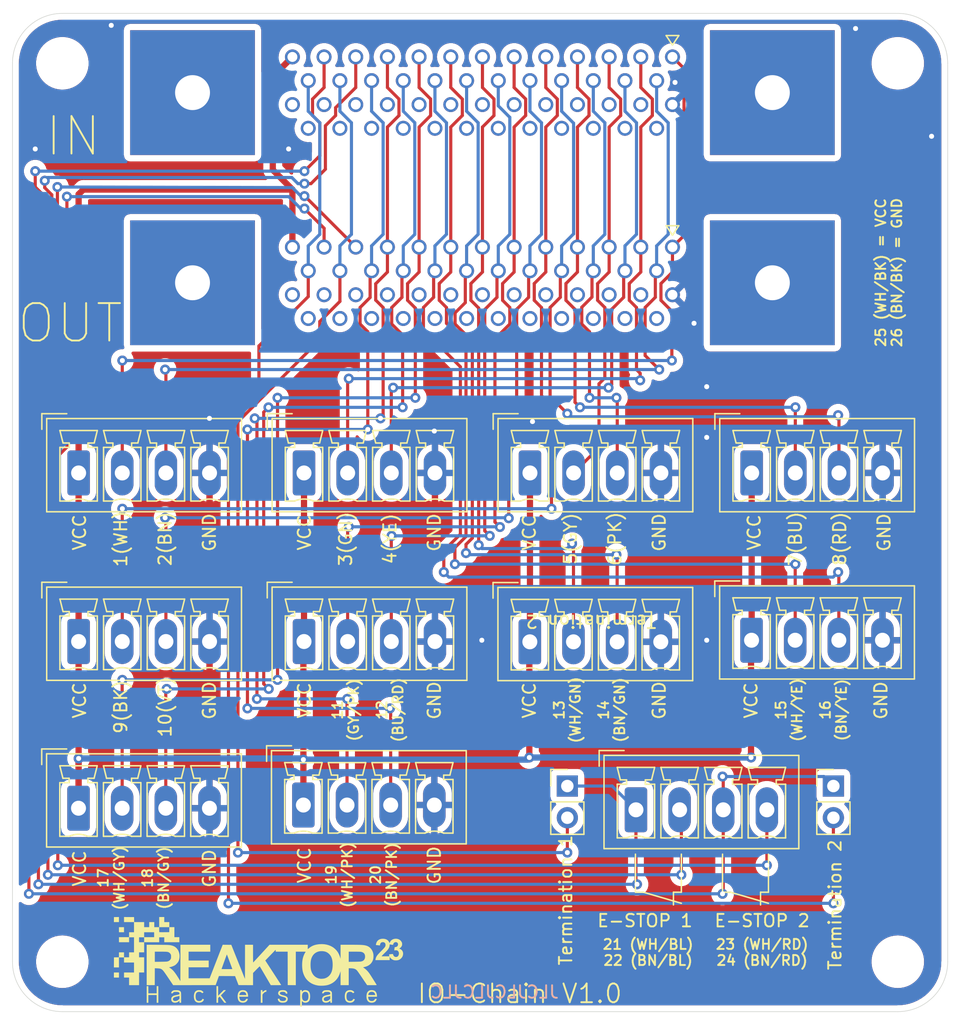
<source format=kicad_pcb>
(kicad_pcb (version 20200518) (host pcbnew "(5.99.0-1927-ga9fa592f5)")
  (layers (0 "F.Cu" signal) (31 "B.Cu" signal) (34 "B.Paste" user) (35 "F.Paste" user) (36 "B.SilkS" user) (37 "F.SilkS" user) (38 "B.Mask" user) (39 "F.Mask" user) (44 "Edge.Cuts" user))
  (net 0 "")
  (net 1 "VCC")
  (net 2 "Net-(J1-Pad24)")
  (net 3 "Net-(J1-Pad23)")
  (net 4 "Net-(J1-Pad22)")
  (net 5 "Net-(J1-Pad21)")
  (net 6 "20")
  (net 7 "19")
  (net 8 "18")
  (net 9 "17")
  (net 10 "16")
  (net 11 "15")
  (net 12 "14")
  (net 13 "13")
  (net 14 "12")
  (net 15 "11")
  (net 16 "10")
  (net 17 "9")
  (net 18 "8")
  (net 19 "7")
  (net 20 "6")
  (net 21 "5")
  (net 22 "4")
  (net 23 "3")
  (net 24 "2")
  (net 25 "1")
  (net 26 "GND")
  (net 27 "Net-(J14-Pad4)")
  (net 28 "Net-(J14-Pad2)")
  (module "bouni:Reaktor23_8mm" (layer "F.Cu") (at 149.733 136.017)
    (fp_text reference "G***" hide)
    (fp_text value "LOGO" hide)
  )
  (module "Connector_PinHeader_2.54mm:PinHeader_1x02_P2.54mm_Vertical" (layer "F.Cu") (at 195.834 121.92)
    (fp_text reference "J15" hide)
    (fp_text value "Conn_01x02_Male")
    (pad "2" thru_hole oval (at 0 2.54) (size 1.7 1.7) (drill 1) (layers *.Cu *.Mask) (net 2 "Net-(J1-Pad24)"))
    (pad "1" thru_hole rect (at 0 0) (size 1.7 1.7) (drill 1) (layers *.Cu *.Mask) (net 3 "Net-(J1-Pad23)"))
  )
  (module "Connector_PinHeader_2.54mm:PinHeader_1x02_P2.54mm_Vertical" (layer "F.Cu") (at 174.498 121.92)
    (fp_text reference "J13" hide)
    (fp_text value "Conn_01x02_Male")
    (pad "2" thru_hole oval (at 0 2.54) (size 1.7 1.7) (drill 1) (layers *.Cu *.Mask) (net 4 "Net-(J1-Pad22)"))
    (pad "1" thru_hole rect (at 0 0) (size 1.7 1.7) (drill 1) (layers *.Cu *.Mask) (net 5 "Net-(J1-Pad21)"))
  )
  (module "MountingHole:MountingHole_3.2mm_M3" (layer "F.Cu") (at 134 136)
    (fp_text reference "H4" hide)
    (fp_text value "MountingHole" hide)
    (pad "1" np_thru_hole circle (at 0 0) (size 3.2 3.2) (drill 3.2) (layers *.Cu *.Mask))
  )
  (module "MountingHole:MountingHole_3.2mm_M3" (layer "F.Cu") (at 201 136)
    (fp_text reference "H3" hide)
    (fp_text value "MountingHole" hide)
    (pad "1" np_thru_hole circle (at 0 0) (size 3.2 3.2) (drill 3.2) (layers *.Cu *.Mask))
  )
  (module "MountingHole:MountingHole_3.2mm_M3" (layer "F.Cu") (at 201 64)
    (fp_text reference "H2" hide)
    (fp_text value "MountingHole" hide)
    (pad "1" np_thru_hole circle (at 0 0) (size 3.2 3.2) (drill 3.2) (layers *.Cu *.Mask))
  )
  (module "MountingHole:MountingHole_3.2mm_M3" (layer "F.Cu") (at 134 64)
    (fp_text reference "H1" hide)
    (fp_text value "MountingHole" hide)
    (pad "1" np_thru_hole circle (at 0 0) (size 3.2 3.2) (drill 3.2) (layers *.Cu *.Mask))
  )
  (module "Connector_Phoenix_MC:PhoenixContact_MCV_1,5_4-G-3.5_1x04_P3.50mm_Vertical" (layer "F.Cu") (at 189.271 110.236)
    (fp_text reference "J10" hide)
    (fp_text value "Conn_01x04_Male" hide)
    (pad "4" thru_hole oval (at 10.5 0) (size 1.8 3.6) (drill 1.2) (layers *.Cu *.Mask) (net 26 "GND"))
    (pad "3" thru_hole oval (at 7 0) (size 1.8 3.6) (drill 1.2) (layers *.Cu *.Mask) (net 10 "16"))
    (pad "2" thru_hole oval (at 3.5 0) (size 1.8 3.6) (drill 1.2) (layers *.Cu *.Mask) (net 11 "15"))
    (pad "1" thru_hole roundrect (at 0 0) (size 1.8 3.6) (drill 1.2) (layers *.Cu *.Mask) (roundrect_rratio 0.138889) (net 1 "VCC"))
  )
  (module "Connector_Phoenix_MC:PhoenixContact_MCV_1,5_4-G-3.5_1x04_P3.50mm_Vertical" (layer "F.Cu") (at 180 123.825)
    (fp_text reference "J14" hide)
    (fp_text value "Conn_01x04_Male" hide)
    (pad "4" thru_hole oval (at 10.5 0) (size 1.8 3.6) (drill 1.2) (layers *.Cu *.Mask) (net 27 "Net-(J14-Pad4)"))
    (pad "3" thru_hole oval (at 7 0) (size 1.8 3.6) (drill 1.2) (layers *.Cu *.Mask) (net 3 "Net-(J1-Pad23)"))
    (pad "2" thru_hole oval (at 3.5 0) (size 1.8 3.6) (drill 1.2) (layers *.Cu *.Mask) (net 28 "Net-(J14-Pad2)"))
    (pad "1" thru_hole roundrect (at 0 0) (size 1.8 3.6) (drill 1.2) (layers *.Cu *.Mask) (roundrect_rratio 0.138889) (net 5 "Net-(J1-Pad21)"))
  )
  (module "Connector_Phoenix_MC:PhoenixContact_MCV_1,5_4-G-3.5_1x04_P3.50mm_Vertical" (layer "F.Cu") (at 171.491 110.363)
    (fp_text reference "J9" hide)
    (fp_text value "Conn_01x04_Male" hide)
    (pad "4" thru_hole oval (at 10.5 0) (size 1.8 3.6) (drill 1.2) (layers *.Cu *.Mask) (net 26 "GND"))
    (pad "3" thru_hole oval (at 7 0) (size 1.8 3.6) (drill 1.2) (layers *.Cu *.Mask) (net 12 "14"))
    (pad "2" thru_hole oval (at 3.5 0) (size 1.8 3.6) (drill 1.2) (layers *.Cu *.Mask) (net 13 "13"))
    (pad "1" thru_hole roundrect (at 0 0) (size 1.8 3.6) (drill 1.2) (layers *.Cu *.Mask) (roundrect_rratio 0.138889) (net 1 "VCC"))
  )
  (module "Connector_Phoenix_MC:PhoenixContact_MCV_1,5_4-G-3.5_1x04_P3.50mm_Vertical" (layer "F.Cu") (at 153.33 123.444)
    (fp_text reference "J12" hide)
    (fp_text value "Conn_01x04_Male" hide)
    (pad "4" thru_hole oval (at 10.5 0) (size 1.8 3.6) (drill 1.2) (layers *.Cu *.Mask) (net 26 "GND"))
    (pad "3" thru_hole oval (at 7 0) (size 1.8 3.6) (drill 1.2) (layers *.Cu *.Mask) (net 6 "20"))
    (pad "2" thru_hole oval (at 3.5 0) (size 1.8 3.6) (drill 1.2) (layers *.Cu *.Mask) (net 7 "19"))
    (pad "1" thru_hole roundrect (at 0 0) (size 1.8 3.6) (drill 1.2) (layers *.Cu *.Mask) (roundrect_rratio 0.138889) (net 1 "VCC"))
  )
  (module "Connector_Phoenix_MC:PhoenixContact_MCV_1,5_4-G-3.5_1x04_P3.50mm_Vertical" (layer "F.Cu") (at 135.296 123.698)
    (fp_text reference "J11" hide)
    (fp_text value "Conn_01x04_Male" hide)
    (pad "4" thru_hole oval (at 10.5 0) (size 1.8 3.6) (drill 1.2) (layers *.Cu *.Mask) (net 26 "GND"))
    (pad "3" thru_hole oval (at 7 0) (size 1.8 3.6) (drill 1.2) (layers *.Cu *.Mask) (net 8 "18"))
    (pad "2" thru_hole oval (at 3.5 0) (size 1.8 3.6) (drill 1.2) (layers *.Cu *.Mask) (net 9 "17"))
    (pad "1" thru_hole roundrect (at 0 0) (size 1.8 3.6) (drill 1.2) (layers *.Cu *.Mask) (roundrect_rratio 0.138889) (net 1 "VCC"))
  )
  (module "Connector_Phoenix_MC:PhoenixContact_MCV_1,5_4-G-3.5_1x04_P3.50mm_Vertical" (layer "F.Cu") (at 153.38 110.34)
    (fp_text reference "J8" hide)
    (fp_text value "Conn_01x04_Male" hide)
    (pad "4" thru_hole oval (at 10.5 0) (size 1.8 3.6) (drill 1.2) (layers *.Cu *.Mask) (net 26 "GND"))
    (pad "3" thru_hole oval (at 7 0) (size 1.8 3.6) (drill 1.2) (layers *.Cu *.Mask) (net 14 "12"))
    (pad "2" thru_hole oval (at 3.5 0) (size 1.8 3.6) (drill 1.2) (layers *.Cu *.Mask) (net 15 "11"))
    (pad "1" thru_hole roundrect (at 0 0) (size 1.8 3.6) (drill 1.2) (layers *.Cu *.Mask) (roundrect_rratio 0.138889) (net 1 "VCC"))
  )
  (module "Connector_Phoenix_MC:PhoenixContact_MCV_1,5_4-G-3.5_1x04_P3.50mm_Vertical" (layer "F.Cu") (at 135.305 110.34)
    (fp_text reference "J7" hide)
    (fp_text value "Conn_01x04_Male" hide)
    (pad "4" thru_hole oval (at 10.5 0) (size 1.8 3.6) (drill 1.2) (layers *.Cu *.Mask) (net 26 "GND"))
    (pad "3" thru_hole oval (at 7 0) (size 1.8 3.6) (drill 1.2) (layers *.Cu *.Mask) (net 16 "10"))
    (pad "2" thru_hole oval (at 3.5 0) (size 1.8 3.6) (drill 1.2) (layers *.Cu *.Mask) (net 17 "9"))
    (pad "1" thru_hole roundrect (at 0 0) (size 1.8 3.6) (drill 1.2) (layers *.Cu *.Mask) (roundrect_rratio 0.138889) (net 1 "VCC"))
  )
  (module "Connector_Phoenix_MC:PhoenixContact_MCV_1,5_4-G-3.5_1x04_P3.50mm_Vertical" (layer "F.Cu") (at 189.28 96.83)
    (fp_text reference "J6" hide)
    (fp_text value "Conn_01x04_Male" hide)
    (pad "4" thru_hole oval (at 10.5 0) (size 1.8 3.6) (drill 1.2) (layers *.Cu *.Mask) (net 26 "GND"))
    (pad "3" thru_hole oval (at 7 0) (size 1.8 3.6) (drill 1.2) (layers *.Cu *.Mask) (net 18 "8"))
    (pad "2" thru_hole oval (at 3.5 0) (size 1.8 3.6) (drill 1.2) (layers *.Cu *.Mask) (net 19 "7"))
    (pad "1" thru_hole roundrect (at 0 0) (size 1.8 3.6) (drill 1.2) (layers *.Cu *.Mask) (roundrect_rratio 0.138889) (net 1 "VCC"))
  )
  (module "Connector_Phoenix_MC:PhoenixContact_MCV_1,5_4-G-3.5_1x04_P3.50mm_Vertical" (layer "F.Cu") (at 171.5 96.83)
    (fp_text reference "J5" hide)
    (fp_text value "Conn_01x04_Male" hide)
    (pad "4" thru_hole oval (at 10.5 0) (size 1.8 3.6) (drill 1.2) (layers *.Cu *.Mask) (net 26 "GND"))
    (pad "3" thru_hole oval (at 7 0) (size 1.8 3.6) (drill 1.2) (layers *.Cu *.Mask) (net 20 "6"))
    (pad "2" thru_hole oval (at 3.5 0) (size 1.8 3.6) (drill 1.2) (layers *.Cu *.Mask) (net 21 "5"))
    (pad "1" thru_hole roundrect (at 0 0) (size 1.8 3.6) (drill 1.2) (layers *.Cu *.Mask) (roundrect_rratio 0.138889) (net 1 "VCC"))
  )
  (module "Connector_Phoenix_MC:PhoenixContact_MCV_1,5_4-G-3.5_1x04_P3.50mm_Vertical" (layer "F.Cu") (at 153.38 96.83)
    (fp_text reference "J4" hide)
    (fp_text value "Conn_01x04_Male" hide)
    (pad "4" thru_hole oval (at 10.5 0) (size 1.8 3.6) (drill 1.2) (layers *.Cu *.Mask) (net 26 "GND"))
    (pad "3" thru_hole oval (at 7 0) (size 1.8 3.6) (drill 1.2) (layers *.Cu *.Mask) (net 22 "4"))
    (pad "2" thru_hole oval (at 3.5 0) (size 1.8 3.6) (drill 1.2) (layers *.Cu *.Mask) (net 23 "3"))
    (pad "1" thru_hole roundrect (at 0 0) (size 1.8 3.6) (drill 1.2) (layers *.Cu *.Mask) (roundrect_rratio 0.138889) (net 1 "VCC"))
  )
  (module "Connector_Phoenix_MC:PhoenixContact_MCV_1,5_4-G-3.5_1x04_P3.50mm_Vertical" (layer "F.Cu") (at 135.305 96.83)
    (fp_text reference "J3" hide)
    (fp_text value "Conn_01x04_Male" hide)
    (pad "4" thru_hole oval (at 10.5 0) (size 1.8 3.6) (drill 1.2) (layers *.Cu *.Mask) (net 26 "GND"))
    (pad "3" thru_hole oval (at 7 0) (size 1.8 3.6) (drill 1.2) (layers *.Cu *.Mask) (net 24 "2"))
    (pad "2" thru_hole oval (at 3.5 0) (size 1.8 3.6) (drill 1.2) (layers *.Cu *.Mask) (net 25 "1"))
    (pad "1" thru_hole roundrect (at 0 0) (size 1.8 3.6) (drill 1.2) (layers *.Cu *.Mask) (roundrect_rratio 0.138889) (net 1 "VCC"))
  )
  (module "3M:10250-6212PL" (layer "F.Cu") (at 167.69 81.59)
    (fp_text reference "J2" hide)
    (fp_text value "Conn_01x26_Male")
    (pad "50" thru_hole circle (at -15.24 0.96) (size 1.2 1.2) (drill 0.8) (layers *.Cu *.Mask))
    (pad "49" thru_hole circle (at -13.97 2.86) (size 1.2 1.2) (drill 0.8) (layers *.Cu *.Mask))
    (pad "48" thru_hole circle (at -12.7 0.96) (size 1.2 1.2) (drill 0.8) (layers *.Cu *.Mask))
    (pad "47" thru_hole circle (at -11.43 2.86) (size 1.2 1.2) (drill 0.8) (layers *.Cu *.Mask))
    (pad "46" thru_hole circle (at -10.16 0.96) (size 1.2 1.2) (drill 0.8) (layers *.Cu *.Mask))
    (pad "45" thru_hole circle (at -8.89 2.86) (size 1.2 1.2) (drill 0.8) (layers *.Cu *.Mask))
    (pad "44" thru_hole circle (at -7.62 0.96) (size 1.2 1.2) (drill 0.8) (layers *.Cu *.Mask))
    (pad "43" thru_hole circle (at -6.35 2.86) (size 1.2 1.2) (drill 0.8) (layers *.Cu *.Mask))
    (pad "42" thru_hole circle (at -5.08 0.96) (size 1.2 1.2) (drill 0.8) (layers *.Cu *.Mask))
    (pad "41" thru_hole circle (at -3.81 2.86) (size 1.2 1.2) (drill 0.8) (layers *.Cu *.Mask))
    (pad "40" thru_hole circle (at -2.54 0.96) (size 1.2 1.2) (drill 0.8) (layers *.Cu *.Mask))
    (pad "39" thru_hole circle (at -1.27 2.86) (size 1.2 1.2) (drill 0.8) (layers *.Cu *.Mask))
    (pad "38" thru_hole circle (at 0 0.96) (size 1.2 1.2) (drill 0.8) (layers *.Cu *.Mask))
    (pad "37" thru_hole circle (at 1.27 2.86) (size 1.2 1.2) (drill 0.8) (layers *.Cu *.Mask))
    (pad "36" thru_hole circle (at 2.54 0.96) (size 1.2 1.2) (drill 0.8) (layers *.Cu *.Mask))
    (pad "35" thru_hole circle (at 3.81 2.86) (size 1.2 1.2) (drill 0.8) (layers *.Cu *.Mask))
    (pad "34" thru_hole circle (at 5.08 0.96) (size 1.2 1.2) (drill 0.8) (layers *.Cu *.Mask))
    (pad "33" thru_hole circle (at 6.35 2.86) (size 1.2 1.2) (drill 0.8) (layers *.Cu *.Mask))
    (pad "32" thru_hole circle (at 7.62 0.96) (size 1.2 1.2) (drill 0.8) (layers *.Cu *.Mask))
    (pad "31" thru_hole circle (at 8.89 2.86) (size 1.2 1.2) (drill 0.8) (layers *.Cu *.Mask))
    (pad "30" thru_hole circle (at 10.16 0.96) (size 1.2 1.2) (drill 0.8) (layers *.Cu *.Mask))
    (pad "29" thru_hole circle (at 11.43 2.86) (size 1.2 1.2) (drill 0.8) (layers *.Cu *.Mask))
    (pad "28" thru_hole circle (at 12.7 0.96) (size 1.2 1.2) (drill 0.8) (layers *.Cu *.Mask))
    (pad "27" thru_hole circle (at 13.97 2.86) (size 1.2 1.2) (drill 0.8) (layers *.Cu *.Mask))
    (pad "26" thru_hole circle (at 15.24 0.96) (size 1.2 1.2) (drill 0.8) (layers *.Cu *.Mask) (net 26 "GND"))
    (pad "25" thru_hole circle (at -15.24 -2.86) (size 1.2 1.2) (drill 0.8) (layers *.Cu *.Mask) (net 1 "VCC"))
    (pad "24" thru_hole circle (at -13.97 -0.96) (size 1.2 1.2) (drill 0.8) (layers *.Cu *.Mask) (net 2 "Net-(J1-Pad24)"))
    (pad "23" thru_hole circle (at -12.7 -2.86) (size 1.2 1.2) (drill 0.8) (layers *.Cu *.Mask) (net 27 "Net-(J14-Pad4)"))
    (pad "22" thru_hole circle (at -11.43 -0.96) (size 1.2 1.2) (drill 0.8) (layers *.Cu *.Mask) (net 4 "Net-(J1-Pad22)"))
    (pad "21" thru_hole circle (at -10.16 -2.86) (size 1.2 1.2) (drill 0.8) (layers *.Cu *.Mask) (net 28 "Net-(J14-Pad2)"))
    (pad "20" thru_hole circle (at -8.89 -0.96) (size 1.2 1.2) (drill 0.8) (layers *.Cu *.Mask) (net 6 "20"))
    (pad "19" thru_hole circle (at -7.62 -2.86) (size 1.2 1.2) (drill 0.8) (layers *.Cu *.Mask) (net 7 "19"))
    (pad "18" thru_hole circle (at -6.35 -0.96) (size 1.2 1.2) (drill 0.8) (layers *.Cu *.Mask) (net 8 "18"))
    (pad "17" thru_hole circle (at -5.08 -2.86) (size 1.2 1.2) (drill 0.8) (layers *.Cu *.Mask) (net 9 "17"))
    (pad "16" thru_hole circle (at -3.81 -0.96) (size 1.2 1.2) (drill 0.8) (layers *.Cu *.Mask) (net 10 "16"))
    (pad "15" thru_hole circle (at -2.54 -2.86) (size 1.2 1.2) (drill 0.8) (layers *.Cu *.Mask) (net 11 "15"))
    (pad "14" thru_hole circle (at -1.27 -0.96) (size 1.2 1.2) (drill 0.8) (layers *.Cu *.Mask) (net 12 "14"))
    (pad "13" thru_hole circle (at 0 -2.86) (size 1.2 1.2) (drill 0.8) (layers *.Cu *.Mask) (net 13 "13"))
    (pad "12" thru_hole circle (at 1.27 -0.96) (size 1.2 1.2) (drill 0.8) (layers *.Cu *.Mask) (net 14 "12"))
    (pad "11" thru_hole circle (at 2.54 -2.86) (size 1.2 1.2) (drill 0.8) (layers *.Cu *.Mask) (net 15 "11"))
    (pad "10" thru_hole circle (at 3.81 -0.96) (size 1.2 1.2) (drill 0.8) (layers *.Cu *.Mask) (net 16 "10"))
    (pad "9" thru_hole circle (at 5.08 -2.86) (size 1.2 1.2) (drill 0.8) (layers *.Cu *.Mask) (net 17 "9"))
    (pad "8" thru_hole circle (at 6.35 -0.96) (size 1.2 1.2) (drill 0.8) (layers *.Cu *.Mask) (net 18 "8"))
    (pad "7" thru_hole circle (at 7.62 -2.86) (size 1.2 1.2) (drill 0.8) (layers *.Cu *.Mask) (net 19 "7"))
    (pad "6" thru_hole circle (at 8.89 -0.96) (size 1.2 1.2) (drill 0.8) (layers *.Cu *.Mask) (net 20 "6"))
    (pad "5" thru_hole circle (at 10.16 -2.86) (size 1.2 1.2) (drill 0.8) (layers *.Cu *.Mask) (net 21 "5"))
    (pad "4" thru_hole circle (at 11.43 -0.96) (size 1.2 1.2) (drill 0.8) (layers *.Cu *.Mask) (net 22 "4"))
    (pad "3" thru_hole circle (at 12.7 -2.86) (size 1.2 1.2) (drill 0.8) (layers *.Cu *.Mask) (net 23 "3"))
    (pad "2" thru_hole circle (at 13.97 -0.96) (size 1.2 1.2) (drill 0.8) (layers *.Cu *.Mask) (net 24 "2"))
    (pad "1" thru_hole circle (at 15.24 -2.86) (size 1.2 1.2) (drill 0.8) (layers *.Cu *.Mask) (net 25 "1"))
    (pad "" thru_hole rect (at 23.25 0) (size 10 10) (drill 2.8) (layers *.Cu *.Mask))
    (pad "" thru_hole rect (at -23.25 0) (size 10 10) (drill 2.8) (layers *.Cu *.Mask))
  )
  (module "3M:10250-6212PL" (layer "F.Cu") (at 167.69 66.35)
    (fp_text reference "J1" hide)
    (fp_text value "Conn_01x26_Male")
    (pad "50" thru_hole circle (at -15.24 0.96) (size 1.2 1.2) (drill 0.8) (layers *.Cu *.Mask))
    (pad "49" thru_hole circle (at -13.97 2.86) (size 1.2 1.2) (drill 0.8) (layers *.Cu *.Mask))
    (pad "48" thru_hole circle (at -12.7 0.96) (size 1.2 1.2) (drill 0.8) (layers *.Cu *.Mask))
    (pad "47" thru_hole circle (at -11.43 2.86) (size 1.2 1.2) (drill 0.8) (layers *.Cu *.Mask))
    (pad "46" thru_hole circle (at -10.16 0.96) (size 1.2 1.2) (drill 0.8) (layers *.Cu *.Mask))
    (pad "45" thru_hole circle (at -8.89 2.86) (size 1.2 1.2) (drill 0.8) (layers *.Cu *.Mask))
    (pad "44" thru_hole circle (at -7.62 0.96) (size 1.2 1.2) (drill 0.8) (layers *.Cu *.Mask))
    (pad "43" thru_hole circle (at -6.35 2.86) (size 1.2 1.2) (drill 0.8) (layers *.Cu *.Mask))
    (pad "42" thru_hole circle (at -5.08 0.96) (size 1.2 1.2) (drill 0.8) (layers *.Cu *.Mask))
    (pad "41" thru_hole circle (at -3.81 2.86) (size 1.2 1.2) (drill 0.8) (layers *.Cu *.Mask))
    (pad "40" thru_hole circle (at -2.54 0.96) (size 1.2 1.2) (drill 0.8) (layers *.Cu *.Mask))
    (pad "39" thru_hole circle (at -1.27 2.86) (size 1.2 1.2) (drill 0.8) (layers *.Cu *.Mask))
    (pad "38" thru_hole circle (at 0 0.96) (size 1.2 1.2) (drill 0.8) (layers *.Cu *.Mask))
    (pad "37" thru_hole circle (at 1.27 2.86) (size 1.2 1.2) (drill 0.8) (layers *.Cu *.Mask))
    (pad "36" thru_hole circle (at 2.54 0.96) (size 1.2 1.2) (drill 0.8) (layers *.Cu *.Mask))
    (pad "35" thru_hole circle (at 3.81 2.86) (size 1.2 1.2) (drill 0.8) (layers *.Cu *.Mask))
    (pad "34" thru_hole circle (at 5.08 0.96) (size 1.2 1.2) (drill 0.8) (layers *.Cu *.Mask))
    (pad "33" thru_hole circle (at 6.35 2.86) (size 1.2 1.2) (drill 0.8) (layers *.Cu *.Mask))
    (pad "32" thru_hole circle (at 7.62 0.96) (size 1.2 1.2) (drill 0.8) (layers *.Cu *.Mask))
    (pad "31" thru_hole circle (at 8.89 2.86) (size 1.2 1.2) (drill 0.8) (layers *.Cu *.Mask))
    (pad "30" thru_hole circle (at 10.16 0.96) (size 1.2 1.2) (drill 0.8) (layers *.Cu *.Mask))
    (pad "29" thru_hole circle (at 11.43 2.86) (size 1.2 1.2) (drill 0.8) (layers *.Cu *.Mask))
    (pad "28" thru_hole circle (at 12.7 0.96) (size 1.2 1.2) (drill 0.8) (layers *.Cu *.Mask))
    (pad "27" thru_hole circle (at 13.97 2.86) (size 1.2 1.2) (drill 0.8) (layers *.Cu *.Mask))
    (pad "26" thru_hole circle (at 15.24 0.96) (size 1.2 1.2) (drill 0.8) (layers *.Cu *.Mask) (net 26 "GND"))
    (pad "25" thru_hole circle (at -15.24 -2.86) (size 1.2 1.2) (drill 0.8) (layers *.Cu *.Mask) (net 1 "VCC"))
    (pad "24" thru_hole circle (at -13.97 -0.96) (size 1.2 1.2) (drill 0.8) (layers *.Cu *.Mask) (net 2 "Net-(J1-Pad24)"))
    (pad "23" thru_hole circle (at -12.7 -2.86) (size 1.2 1.2) (drill 0.8) (layers *.Cu *.Mask) (net 3 "Net-(J1-Pad23)"))
    (pad "22" thru_hole circle (at -11.43 -0.96) (size 1.2 1.2) (drill 0.8) (layers *.Cu *.Mask) (net 4 "Net-(J1-Pad22)"))
    (pad "21" thru_hole circle (at -10.16 -2.86) (size 1.2 1.2) (drill 0.8) (layers *.Cu *.Mask) (net 5 "Net-(J1-Pad21)"))
    (pad "20" thru_hole circle (at -8.89 -0.96) (size 1.2 1.2) (drill 0.8) (layers *.Cu *.Mask) (net 6 "20"))
    (pad "19" thru_hole circle (at -7.62 -2.86) (size 1.2 1.2) (drill 0.8) (layers *.Cu *.Mask) (net 7 "19"))
    (pad "18" thru_hole circle (at -6.35 -0.96) (size 1.2 1.2) (drill 0.8) (layers *.Cu *.Mask) (net 8 "18"))
    (pad "17" thru_hole circle (at -5.08 -2.86) (size 1.2 1.2) (drill 0.8) (layers *.Cu *.Mask) (net 9 "17"))
    (pad "16" thru_hole circle (at -3.81 -0.96) (size 1.2 1.2) (drill 0.8) (layers *.Cu *.Mask) (net 10 "16"))
    (pad "15" thru_hole circle (at -2.54 -2.86) (size 1.2 1.2) (drill 0.8) (layers *.Cu *.Mask) (net 11 "15"))
    (pad "14" thru_hole circle (at -1.27 -0.96) (size 1.2 1.2) (drill 0.8) (layers *.Cu *.Mask) (net 12 "14"))
    (pad "13" thru_hole circle (at 0 -2.86) (size 1.2 1.2) (drill 0.8) (layers *.Cu *.Mask) (net 13 "13"))
    (pad "12" thru_hole circle (at 1.27 -0.96) (size 1.2 1.2) (drill 0.8) (layers *.Cu *.Mask) (net 14 "12"))
    (pad "11" thru_hole circle (at 2.54 -2.86) (size 1.2 1.2) (drill 0.8) (layers *.Cu *.Mask) (net 15 "11"))
    (pad "10" thru_hole circle (at 3.81 -0.96) (size 1.2 1.2) (drill 0.8) (layers *.Cu *.Mask) (net 16 "10"))
    (pad "9" thru_hole circle (at 5.08 -2.86) (size 1.2 1.2) (drill 0.8) (layers *.Cu *.Mask) (net 17 "9"))
    (pad "8" thru_hole circle (at 6.35 -0.96) (size 1.2 1.2) (drill 0.8) (layers *.Cu *.Mask) (net 18 "8"))
    (pad "7" thru_hole circle (at 7.62 -2.86) (size 1.2 1.2) (drill 0.8) (layers *.Cu *.Mask) (net 19 "7"))
    (pad "6" thru_hole circle (at 8.89 -0.96) (size 1.2 1.2) (drill 0.8) (layers *.Cu *.Mask) (net 20 "6"))
    (pad "5" thru_hole circle (at 10.16 -2.86) (size 1.2 1.2) (drill 0.8) (layers *.Cu *.Mask) (net 21 "5"))
    (pad "4" thru_hole circle (at 11.43 -0.96) (size 1.2 1.2) (drill 0.8) (layers *.Cu *.Mask) (net 22 "4"))
    (pad "3" thru_hole circle (at 12.7 -2.86) (size 1.2 1.2) (drill 0.8) (layers *.Cu *.Mask) (net 23 "3"))
    (pad "2" thru_hole circle (at 13.97 -0.96) (size 1.2 1.2) (drill 0.8) (layers *.Cu *.Mask) (net 24 "2"))
    (pad "1" thru_hole circle (at 15.24 -2.86) (size 1.2 1.2) (drill 0.8) (layers *.Cu *.Mask) (net 25 "1"))
    (pad "" thru_hole rect (at 23.25 0) (size 10 10) (drill 2.8) (layers *.Cu *.Mask))
    (pad "" thru_hole rect (at -23.25 0) (size 10 10) (drill 2.8) (layers *.Cu *.Mask))
  )
  (gr_text "JLCJLCJLCJLC" (at 168.656 138.43) (layer "B.SilkS") (effects (font (size 1 1)) (justify mirror)))
  (gr_text "IO-Chain V1.0" (at 170.688 138.557) (layer "F.SilkS") (effects (font (size 1.5 1.5))))
  (gr_text "25 (WH/BK) = VCC\n26 (BN/BK) = GND" (at 200.279 80.772 90) (layer "F.SilkS") (effects (font (size 0.8 0.8))))
  (gr_text "Termination 2" (at 195.961 131.445 90) (layer "F.SilkS") (effects (font (size 1 1))))
  (gr_text "Termination 1" (at 174.371 131.064 90) (layer "F.SilkS") (effects (font (size 1 1))))
  (gr_text "Termination 2" (at 176.403 108.712 180) (layer "F.SilkS") (effects (font (size 1 1))))
  (gr_text "E-STOP 1" (at 180.721 132.715) (layer "F.SilkS") (effects (font (size 1 1))))
  (gr_text "E-STOP 2" (at 190.119 132.715) (layer "F.SilkS") (effects (font (size 1 1))))
  (gr_text "23 (WH/RD)\n24 (BN/RD)" (at 190.119 135.255) (layer "F.SilkS") (effects (font (size 0.8 0.8))))
  (gr_text "21 (WH/BL)\n22 (BN/BL)" (at 180.975 135.255) (layer "F.SilkS") (effects (font (size 0.8 0.8))))
  (gr_line (start 189.992 130.429) (end 189.992 131.445) (layer "F.SilkS") (width 0.12))
  (gr_line (start 186.944 127.381) (end 186.944 130.429) (layer "F.SilkS") (width 0.12))
  (gr_line (start 190.627 127.381) (end 190.627 130.429) (layer "F.SilkS") (width 0.12))
  (gr_line (start 186.944 130.429) (end 187.579 130.429) (layer "F.SilkS") (width 0.12))
  (gr_line (start 187.579 130.429) (end 190.627 131.318) (layer "F.SilkS") (width 0.12))
  (gr_line (start 190.627 130.429) (end 189.992 130.429) (layer "F.SilkS") (width 0.12))
  (gr_line (start 183.007 130.429) (end 183.007 131.445) (layer "F.SilkS") (width 0.12))
  (gr_line (start 183.642 130.429) (end 183.007 130.429) (layer "F.SilkS") (width 0.12))
  (gr_line (start 183.642 127.381) (end 183.642 130.429) (layer "F.SilkS") (width 0.12))
  (gr_line (start 180.594 130.429) (end 183.642 131.318) (layer "F.SilkS") (width 0.12))
  (gr_line (start 179.959 130.429) (end 180.594 130.429) (layer "F.SilkS") (width 0.12))
  (gr_line (start 179.959 127.381) (end 179.959 130.429) (layer "F.SilkS") (width 0.12))
  (gr_text "19\n(WH/PK)" (at 156.21 129.032 90) (layer "F.SilkS") (effects (font (size 0.8 0.8))))
  (gr_text "20\n(BN/PK)" (at 159.766 129.032 90) (layer "F.SilkS") (effects (font (size 0.8 0.8))))
  (gr_text "17\n(WH/GY)" (at 137.922 129.286 90) (layer "F.SilkS") (effects (font (size 0.8 0.8))))
  (gr_text "18\n(BN/GY)" (at 141.478 129.286 90) (layer "F.SilkS") (effects (font (size 0.8 0.8))))
  (gr_text "16\n(BN/YE)" (at 195.834 115.824 90) (layer "F.SilkS") (effects (font (size 0.8 0.8))))
  (gr_text "15\n(WH/YE)" (at 192.278 115.824 90) (layer "F.SilkS") (effects (font (size 0.8 0.8))))
  (gr_text "14\n(BN/GN)" (at 178.054 115.824 90) (layer "F.SilkS") (effects (font (size 0.8 0.8))))
  (gr_text "13\n(WH/GN)" (at 174.498 115.824 90) (layer "F.SilkS") (effects (font (size 0.8 0.8))))
  (gr_text "12\n(BU/RD)" (at 160.274 115.824 90) (layer "F.SilkS") (effects (font (size 0.8 0.8))))
  (gr_text "GND" (at 163.83 128.27 90) (layer "F.SilkS") (effects (font (size 1 1))))
  (gr_text "VCC" (at 153.416 128.27 90) (layer "F.SilkS") (effects (font (size 1 1))))
  (gr_text "GND" (at 145.796 128.524 90) (layer "F.SilkS") (effects (font (size 1 1))))
  (gr_text "VCC" (at 135.382 128.524 90) (layer "F.SilkS") (effects (font (size 1 1))))
  (gr_text "GND" (at 199.644 115.062 90) (layer "F.SilkS") (effects (font (size 1 1))))
  (gr_text "VCC" (at 189.23 115.062 90) (layer "F.SilkS") (effects (font (size 1 1))))
  (gr_text "GND" (at 181.864 115.062 90) (layer "F.SilkS") (effects (font (size 1 1))))
  (gr_text "VCC" (at 171.45 115.062 90) (layer "F.SilkS") (effects (font (size 1 1))))
  (gr_text "VCC" (at 153.416 115.062 90) (layer "F.SilkS") (effects (font (size 1 1))))
  (gr_text "11\n(GY/PK)" (at 156.718 115.824 90) (layer "F.SilkS") (effects (font (size 0.8 0.8))))
  (gr_text "GND" (at 163.83 115.062 90) (layer "F.SilkS") (effects (font (size 1 1))))
  (gr_text "VCC" (at 135.382 115.062 90) (layer "F.SilkS") (effects (font (size 1 1))))
  (gr_text "GND" (at 145.796 115.062 90) (layer "F.SilkS") (effects (font (size 1 1))))
  (gr_text "9(BK)" (at 138.684 115.57 90) (layer "F.SilkS") (effects (font (size 1 1))))
  (gr_text "10(VT)" (at 142.24 115.57 90) (layer "F.SilkS") (effects (font (size 1 1))))
  (gr_text "VCC" (at 189.484 101.6 90) (layer "F.SilkS") (effects (font (size 1 1))))
  (gr_text "8(RD)" (at 196.342 102.108 90) (layer "F.SilkS") (effects (font (size 1 1))))
  (gr_text "7(BU)" (at 192.786 102.108 90) (layer "F.SilkS") (effects (font (size 1 1))))
  (gr_text "GND" (at 199.898 101.6 90) (layer "F.SilkS") (effects (font (size 1 1))))
  (gr_text "GND" (at 181.864 101.6 90) (layer "F.SilkS") (effects (font (size 1 1))))
  (gr_text "6(PK)" (at 178.308 102.108 90) (layer "F.SilkS") (effects (font (size 1 1))))
  (gr_text "VCC" (at 171.45 101.6 90) (layer "F.SilkS") (effects (font (size 1 1))))
  (gr_text "5(GY)" (at 174.752 102.108 90) (layer "F.SilkS") (effects (font (size 1 1))))
  (gr_text "VCC" (at 153.416 101.6 90) (layer "F.SilkS") (effects (font (size 1 1))))
  (gr_text "4(YE)" (at 160.274 102.108 90) (layer "F.SilkS") (effects (font (size 1 1))))
  (gr_text "GND" (at 163.83 101.6 90) (layer "F.SilkS") (effects (font (size 1 1))))
  (gr_text "3(GN)" (at 156.718 102.108 90) (layer "F.SilkS") (effects (font (size 1 1))))
  (gr_text "GND" (at 145.796 101.6 90) (layer "F.SilkS") (effects (font (size 1 1))))
  (gr_text "2(BN)" (at 142.24 102.108 90) (layer "F.SilkS") (effects (font (size 1 1))))
  (gr_text "1(WH)" (at 138.684 102.108 90) (layer "F.SilkS") (effects (font (size 1 1))))
  (gr_text "VCC" (at 135.382 101.6 90) (layer "F.SilkS") (effects (font (size 1 1))))
  (gr_text "OUT" (at 134.62 84.836) (layer "F.SilkS") (effects (font (size 3 3))))
  (gr_text "IN" (at 134.874 69.85) (layer "F.SilkS") (effects (font (size 3 3))))
  (gr_arc (start 134 136) (end 130 136) (angle -90) (layer "Edge.Cuts") (width 0.05))
  (gr_arc (start 201 136) (end 201 140) (angle -90) (layer "Edge.Cuts") (width 0.05))
  (gr_arc (start 201 64) (end 205 64) (angle -90) (layer "Edge.Cuts") (width 0.05))
  (gr_arc (start 134 64) (end 134 60) (angle -90) (layer "Edge.Cuts") (width 0.05))
  (gr_line (start 130 136) (end 130 64) (layer "Edge.Cuts") (width 0.05))
  (gr_line (start 201 140) (end 134 140) (layer "Edge.Cuts") (width 0.05))
  (gr_line (start 205 64) (end 205 136) (layer "Edge.Cuts") (width 0.05))
  (gr_line (start 134 60) (end 201 60) (layer "Edge.Cuts") (width 0.05))
  (segment (start 156.26 83.080998) (end 154.645001 84.695997) (width 0.25) (layer "F.Cu") (net 4))
  (segment (start 148.082 127.254) (end 174.498 127.254) (width 0.25) (layer "B.Cu") (net 4))
  (via (at 174.498 127.254) (size 0.8) (drill 0.4) (layers "F.Cu" "B.Cu") (net 4))
  (via (at 148.082 127.254) (size 0.8) (drill 0.4) (layers "F.Cu" "B.Cu") (net 4))
  (segment (start 174.498 127.254) (end 174.498 124.46) (width 0.25) (layer "F.Cu") (net 4))
  (segment (start 154.645001 86.16289) (end 148.082 92.725891) (width 0.25) (layer "F.Cu") (net 4))
  (segment (start 156.26 80.63) (end 156.26 83.080998) (width 0.25) (layer "F.Cu") (net 4))
  (segment (start 154.645001 84.695997) (end 154.645001 86.16289) (width 0.25) (layer "F.Cu") (net 4))
  (segment (start 148.082 92.725891) (end 148.082 127.254) (width 0.25) (layer "F.Cu") (net 4))
  (segment (start 153.72 82.696998) (end 149.765001 86.651997) (width 0.25) (layer "F.Cu") (net 2))
  (segment (start 149.765001 86.651997) (end 149.765001 90.264999) (width 0.25) (layer "F.Cu") (net 2))
  (segment (start 153.72 80.63) (end 153.72 82.696998) (width 0.25) (layer "F.Cu") (net 2))
  (segment (start 149.765001 90.264999) (end 147.32 92.71) (width 0.25) (layer "F.Cu") (net 2))
  (segment (start 147.32 92.71) (end 147.32 131.318) (width 0.25) (layer "F.Cu") (net 2))
  (segment (start 174.498 121.92) (end 178.095 121.92) (width 0.25) (layer "B.Cu") (net 5))
  (segment (start 178.095 121.92) (end 180 123.825) (width 0.25) (layer "B.Cu") (net 5))
  (segment (start 187 123.825) (end 187 121.214) (width 0.25) (layer "F.Cu") (net 3))
  (segment (start 187 121.214) (end 186.944 121.158) (width 0.25) (layer "F.Cu") (net 3))
  (segment (start 186.944 121.158) (end 195.072 121.158) (width 0.25) (layer "B.Cu") (net 3))
  (via (at 186.944 121.158) (size 0.8) (drill 0.4) (layers "F.Cu" "B.Cu") (net 3))
  (segment (start 195.072 121.158) (end 195.834 121.92) (width 0.25) (layer "B.Cu") (net 3))
  (via (at 147.32 131.318) (size 0.8) (drill 0.4) (layers "F.Cu" "B.Cu") (net 2))
  (segment (start 147.32 131.318) (end 195.834 131.318) (width 0.25) (layer "B.Cu") (net 2))
  (via (at 195.834 131.318) (size 0.8) (drill 0.4) (layers "F.Cu" "B.Cu") (net 2))
  (segment (start 195.834 131.318) (end 195.834 124.46) (width 0.25) (layer "F.Cu") (net 2))
  (via (at 203.708 69.85) (size 0.8) (drill 0.4) (layers "F.Cu" "B.Cu") (net 26))
  (via (at 197.612 61.214) (size 0.8) (drill 0.4) (layers "F.Cu" "B.Cu") (net 26))
  (via (at 152.146 70.866) (size 0.8) (drill 0.4) (layers "F.Cu" "B.Cu") (net 26))
  (via (at 131.826 70.866) (size 0.8) (drill 0.4) (layers "F.Cu" "B.Cu") (net 26))
  (segment (start 131.826 73.914) (end 132.70398 74.79198) (width 0.25) (layer "F.Cu") (net 3))
  (segment (start 132.70398 74.79198) (end 132.70398 94.51147) (width 0.25) (layer "F.Cu") (net 3))
  (segment (start 131.826 72.644) (end 131.826 73.914) (width 0.25) (layer "F.Cu") (net 3))
  (segment (start 132.70398 94.51147) (end 131.318 95.89745) (width 0.25) (layer "F.Cu") (net 3))
  (segment (start 131.318 95.89745) (end 131.318 130.556) (width 0.25) (layer "F.Cu") (net 3))
  (via (at 131.826 72.644) (size 0.8) (drill 0.4) (layers "F.Cu" "B.Cu") (net 3))
  (segment (start 153.416 72.644) (end 131.826 72.644) (width 0.25) (layer "B.Cu") (net 3))
  (segment (start 132.842 73.152) (end 152.4 73.152) (width 0.25) (layer "B.Cu") (net 5))
  (segment (start 132.588 73.406) (end 132.842 73.152) (width 0.25) (layer "B.Cu") (net 5))
  (segment (start 152.4 73.152) (end 152.892003 73.644003) (width 0.25) (layer "B.Cu") (net 5))
  (segment (start 152.892003 73.644003) (end 153.416 73.644003) (width 0.25) (layer "B.Cu") (net 5))
  (segment (start 132.588 73.971002) (end 133.15399 74.536992) (width 0.25) (layer "F.Cu") (net 5))
  (segment (start 132.588 73.406) (end 132.588 73.971002) (width 0.25) (layer "F.Cu") (net 5))
  (segment (start 133.15399 94.69787) (end 132.08 95.77186) (width 0.25) (layer "F.Cu") (net 5))
  (segment (start 132.08 95.77186) (end 132.08 129.794) (width 0.25) (layer "F.Cu") (net 5))
  (segment (start 133.15399 74.536992) (end 133.15399 94.69787) (width 0.25) (layer "F.Cu") (net 5))
  (via (at 132.588 73.406) (size 0.8) (drill 0.4) (layers "F.Cu" "B.Cu") (net 5))
  (segment (start 133.604 94.88427) (end 132.842 95.64627) (width 0.25) (layer "F.Cu") (net 28))
  (segment (start 133.604 73.914) (end 133.604 94.88427) (width 0.25) (layer "F.Cu") (net 28))
  (segment (start 132.842 95.64627) (end 132.842 129.032) (width 0.25) (layer "F.Cu") (net 28))
  (segment (start 153.130006 74.644006) (end 153.416 74.644006) (width 0.25) (layer "B.Cu") (net 28))
  (segment (start 133.604 73.914) (end 152.446701 73.960701) (width 0.25) (layer "B.Cu") (net 28))
  (segment (start 152.446701 73.960701) (end 153.130006 74.644006) (width 0.25) (layer "B.Cu") (net 28))
  (via (at 133.604 73.914) (size 0.8) (drill 0.4) (layers "F.Cu" "B.Cu") (net 28))
  (segment (start 134.366 74.685701) (end 152.155701 74.685701) (width 0.25) (layer "B.Cu") (net 27))
  (segment (start 153.114009 75.644009) (end 153.416 75.644009) (width 0.25) (layer "B.Cu") (net 27))
  (via (at 134.366 74.685701) (size 0.8) (drill 0.4) (layers "F.Cu" "B.Cu") (net 27))
  (segment (start 133.637051 95.487629) (end 133.637051 128.27) (width 0.25) (layer "F.Cu") (net 27))
  (segment (start 134.366 74.685701) (end 134.366 94.75868) (width 0.25) (layer "F.Cu") (net 27))
  (segment (start 134.366 94.75868) (end 133.637051 95.487629) (width 0.25) (layer "F.Cu") (net 27))
  (segment (start 152.155701 74.685701) (end 153.114009 75.644009) (width 0.25) (layer "B.Cu") (net 27))
  (via (at 183.134 65.532) (size 0.8) (drill 0.4) (layers "F.Cu" "B.Cu") (net 26))
  (via (at 137.922 60.96) (size 0.8) (drill 0.4) (layers "F.Cu" "B.Cu") (net 26))
  (via (at 145.796 92.456) (size 0.8) (drill 0.4) (layers "F.Cu" "B.Cu") (net 26))
  (via (at 163.83 93.472) (size 0.8) (drill 0.4) (layers "F.Cu" "B.Cu") (net 26))
  (via (at 171.704 92.71) (size 0.8) (drill 0.4) (layers "F.Cu" "B.Cu") (net 26))
  (via (at 167.64 110.236) (size 0.8) (drill 0.4) (layers "F.Cu" "B.Cu") (net 26))
  (via (at 185.674 110.236) (size 0.8) (drill 0.4) (layers "F.Cu" "B.Cu") (net 26))
  (via (at 185.674 89.916) (size 0.8) (drill 0.4) (layers "F.Cu" "B.Cu") (net 26))
  (via (at 185.674 93.98) (size 0.8) (drill 0.4) (layers "F.Cu" "B.Cu") (net 26))
  (via (at 184.658 84.836) (size 0.8) (drill 0.4) (layers "F.Cu" "B.Cu") (net 26))
  (segment (start 171.45 119.634) (end 189.23 119.634) (width 0.5) (layer "B.Cu") (net 1))
  (segment (start 189.23 110.277) (end 189.271 110.236) (width 0.5) (layer "F.Cu") (net 1))
  (via (at 189.23 119.634) (size 0.8) (drill 0.4) (layers "F.Cu" "B.Cu") (net 1))
  (segment (start 189.23 119.634) (end 189.23 110.277) (width 0.5) (layer "F.Cu") (net 1))
  (via (at 190.5 128.27) (size 0.8) (drill 0.4) (layers "F.Cu" "B.Cu") (net 27))
  (via (at 153.416 75.644009) (size 0.8) (drill 0.4) (layers "F.Cu" "B.Cu") (net 27))
  (segment (start 154.99 78.73) (end 154.99 77.218009) (width 0.25) (layer "F.Cu") (net 27))
  (segment (start 190.5 128.27) (end 190.5 123.825) (width 0.25) (layer "F.Cu") (net 27))
  (segment (start 154.99 77.218009) (end 153.416 75.644009) (width 0.25) (layer "F.Cu") (net 27))
  (via (at 133.637051 128.27) (size 0.8) (drill 0.4) (layers "F.Cu" "B.Cu") (net 27))
  (segment (start 133.637051 128.27) (end 190.5 128.27) (width 0.25) (layer "B.Cu") (net 27))
  (segment (start 153.33 119.802) (end 171.282 119.802) (width 0.5) (layer "B.Cu") (net 1))
  (segment (start 171.45 110.404) (end 171.491 110.363) (width 0.5) (layer "F.Cu") (net 1))
  (via (at 171.45 119.634) (size 0.8) (drill 0.4) (layers "F.Cu" "B.Cu") (net 1))
  (segment (start 171.282 119.802) (end 171.45 119.634) (width 0.5) (layer "B.Cu") (net 1))
  (segment (start 171.45 119.634) (end 171.45 110.404) (width 0.5) (layer "F.Cu") (net 1))
  (segment (start 153.33 119.802) (end 153.33 110.39) (width 0.5) (layer "F.Cu") (net 1))
  (segment (start 153.33 123.444) (end 153.33 119.802) (width 0.5) (layer "F.Cu") (net 1))
  (segment (start 153.239 119.711) (end 153.33 119.802) (width 0.5) (layer "B.Cu") (net 1))
  (via (at 153.33 119.802) (size 0.8) (drill 0.4) (layers "F.Cu" "B.Cu") (net 1))
  (segment (start 135.305 119.711) (end 153.239 119.711) (width 0.5) (layer "B.Cu") (net 1))
  (segment (start 135.305 119.711) (end 135.305 123.77) (width 0.5) (layer "F.Cu") (net 1))
  (via (at 135.305 119.711) (size 0.8) (drill 0.4) (layers "F.Cu" "B.Cu") (net 1))
  (segment (start 135.305 110.34) (end 135.305 119.711) (width 0.5) (layer "F.Cu") (net 1))
  (segment (start 135.296 123.698) (end 135.296 119.72) (width 0.5) (layer "F.Cu") (net 1))
  (segment (start 135.296 119.72) (end 135.305 119.711) (width 0.5) (layer "F.Cu") (net 1))
  (segment (start 179.07 129.032) (end 183.642 129.032) (width 0.25) (layer "B.Cu") (net 28))
  (via (at 183.642 129.032) (size 0.8) (drill 0.4) (layers "F.Cu" "B.Cu") (net 28))
  (segment (start 183.642 129.032) (end 183.642 123.967) (width 0.25) (layer "F.Cu") (net 28))
  (segment (start 183.642 123.967) (end 183.5 123.825) (width 0.25) (layer "F.Cu") (net 28))
  (segment (start 180 123.825) (end 180 129.708) (width 0.25) (layer "F.Cu") (net 5))
  (segment (start 180 129.708) (end 180.086 129.794) (width 0.25) (layer "F.Cu") (net 5))
  (segment (start 132.08 129.794) (end 179.832 129.794) (width 0.25) (layer "B.Cu") (net 5))
  (via (at 180.086 129.794) (size 0.8) (drill 0.4) (layers "F.Cu" "B.Cu") (net 5))
  (segment (start 179.832 129.794) (end 180.086 129.794) (width 0.25) (layer "B.Cu") (net 5))
  (via (at 153.416 74.644006) (size 0.8) (drill 0.4) (layers "F.Cu" "B.Cu") (net 28))
  (segment (start 157.53 78.73) (end 153.444006 74.644006) (width 0.25) (layer "F.Cu") (net 28))
  (segment (start 153.444006 74.644006) (end 153.416 74.644006) (width 0.25) (layer "F.Cu") (net 28))
  (segment (start 132.842 129.032) (end 179.07 129.032) (width 0.25) (layer "B.Cu") (net 28))
  (via (at 132.842 129.032) (size 0.8) (drill 0.4) (layers "F.Cu" "B.Cu") (net 28))
  (segment (start 155.095011 72.488989) (end 153.939997 73.644003) (width 0.25) (layer "F.Cu") (net 5))
  (via (at 153.416 73.644003) (size 0.8) (drill 0.4) (layers "F.Cu" "B.Cu") (net 5))
  (segment (start 153.939997 73.644003) (end 153.416 73.644003) (width 0.25) (layer "F.Cu") (net 5))
  (segment (start 157.53 63.49) (end 157.53 65.940998) (width 0.25) (layer "F.Cu") (net 5))
  (segment (start 157.53 65.940998) (end 155.915001 67.555997) (width 0.25) (layer "F.Cu") (net 5))
  (via (at 132.08 129.794) (size 0.8) (drill 0.4) (layers "F.Cu" "B.Cu") (net 5))
  (segment (start 155.915001 67.555997) (end 155.915001 68.185997) (width 0.25) (layer "F.Cu") (net 5))
  (segment (start 155.915001 68.185997) (end 155.095011 69.005987) (width 0.25) (layer "F.Cu") (net 5))
  (segment (start 155.095011 69.005987) (end 155.095011 72.488989) (width 0.25) (layer "F.Cu") (net 5))
  (segment (start 180.086 123.911) (end 180 123.825) (width 0.25) (layer "B.Cu") (net 5))
  (segment (start 187 123.825) (end 187 130.5) (width 0.25) (layer "F.Cu") (net 3))
  (segment (start 187 130.5) (end 186.944 130.556) (width 0.25) (layer "F.Cu") (net 3))
  (segment (start 154.064999 66.865999) (end 154.064999 68.185997) (width 0.25) (layer "F.Cu") (net 3))
  (segment (start 154.064999 68.185997) (end 154.645001 68.765999) (width 0.25) (layer "F.Cu") (net 3))
  (segment (start 154.645001 71.414999) (end 153.416 72.644) (width 0.25) (layer "F.Cu") (net 3))
  (segment (start 154.645001 68.765999) (end 154.645001 71.414999) (width 0.25) (layer "F.Cu") (net 3))
  (via (at 131.318 130.556) (size 0.8) (drill 0.4) (layers "F.Cu" "B.Cu") (net 3))
  (via (at 153.416 72.644) (size 0.8) (drill 0.4) (layers "F.Cu" "B.Cu") (net 3))
  (segment (start 154.99 65.940998) (end 154.064999 66.865999) (width 0.25) (layer "F.Cu") (net 3))
  (segment (start 131.318 130.556) (end 186.944 130.556) (width 0.25) (layer "B.Cu") (net 3))
  (segment (start 154.99 63.49) (end 154.99 65.940998) (width 0.25) (layer "F.Cu") (net 3))
  (via (at 186.944 130.556) (size 0.8) (drill 0.4) (layers "F.Cu" "B.Cu") (net 3))
  (segment (start 162.954999 85.357999) (end 162.954999 83.574003) (width 0.25) (layer "F.Cu") (net 10))
  (segment (start 165.91999 101.736188) (end 165.91999 88.32299) (width 0.25) (layer "F.Cu") (net 10))
  (segment (start 165.91999 88.32299) (end 162.954999 85.357999) (width 0.25) (layer "F.Cu") (net 10))
  (segment (start 164.592 104.775) (end 164.592 103.064178) (width 0.25) (layer "F.Cu") (net 10))
  (segment (start 164.592 103.064178) (end 165.91999 101.736188) (width 0.25) (layer "F.Cu") (net 10))
  (segment (start 163.774989 82.754013) (end 163.774989 80.735011) (width 0.25) (layer "F.Cu") (net 10))
  (segment (start 163.774989 80.735011) (end 163.88 80.63) (width 0.25) (layer "F.Cu") (net 10))
  (segment (start 162.954999 83.574003) (end 163.774989 82.754013) (width 0.25) (layer "F.Cu") (net 10))
  (segment (start 158.68099 82.768012) (end 158.68099 80.74901) (width 0.25) (layer "F.Cu") (net 6))
  (segment (start 157.874999 83.574003) (end 158.68099 82.768012) (width 0.25) (layer "F.Cu") (net 6))
  (segment (start 157.874999 84.894001) (end 157.874999 83.574003) (width 0.25) (layer "F.Cu") (net 6))
  (segment (start 158.496 93.345) (end 158.496 85.515002) (width 0.25) (layer "F.Cu") (net 6))
  (segment (start 158.496 85.515002) (end 157.874999 84.894001) (width 0.25) (layer "F.Cu") (net 6))
  (segment (start 158.68099 80.74901) (end 158.8 80.63) (width 0.25) (layer "F.Cu") (net 6))
  (segment (start 160.274 115.697) (end 148.844 115.697) (width 0.25) (layer "B.Cu") (net 6))
  (segment (start 160.33 115.753) (end 160.274 115.697) (width 0.25) (layer "F.Cu") (net 6))
  (via (at 160.274 115.697) (size 0.8) (drill 0.4) (layers "F.Cu" "B.Cu") (net 6))
  (via (at 148.844 93.345) (size 0.8) (drill 0.4) (layers "F.Cu" "B.Cu") (net 6))
  (segment (start 148.844 93.345) (end 158.496 93.345) (width 0.25) (layer "B.Cu") (net 6))
  (segment (start 148.844 115.697) (end 148.844 93.345) (width 0.25) (layer "F.Cu") (net 6))
  (via (at 158.496 93.345) (size 0.8) (drill 0.4) (layers "F.Cu" "B.Cu") (net 6))
  (segment (start 160.33 123.444) (end 160.33 115.753) (width 0.25) (layer "F.Cu") (net 6))
  (via (at 148.844 115.697) (size 0.8) (drill 0.4) (layers "F.Cu" "B.Cu") (net 6))
  (segment (start 149.606 92.637107) (end 149.424893 92.456) (width 0.25) (layer "F.Cu") (net 7))
  (segment (start 159.512 92.456) (end 159.725001 92.242999) (width 0.25) (layer "F.Cu") (net 7))
  (via (at 156.845 114.935) (size 0.8) (drill 0.4) (layers "F.Cu" "B.Cu") (net 7))
  (segment (start 156.83 123.444) (end 156.83 114.95) (width 0.25) (layer "F.Cu") (net 7))
  (via (at 149.606 114.935) (size 0.8) (drill 0.4) (layers "F.Cu" "B.Cu") (net 7))
  (segment (start 149.424893 92.456) (end 159.512 92.456) (width 0.25) (layer "B.Cu") (net 7))
  (via (at 149.424893 92.456) (size 0.8) (drill 0.4) (layers "F.Cu" "B.Cu") (net 7))
  (via (at 159.512 92.456) (size 0.8) (drill 0.4) (layers "F.Cu" "B.Cu") (net 7))
  (segment (start 156.845 114.935) (end 149.606 114.935) (width 0.25) (layer "B.Cu") (net 7))
  (segment (start 156.83 114.95) (end 156.845 114.935) (width 0.25) (layer "F.Cu") (net 7))
  (segment (start 149.606 114.935) (end 149.606 92.637107) (width 0.25) (layer "F.Cu") (net 7))
  (segment (start 159.725001 92.242999) (end 159.725001 83.574003) (width 0.25) (layer "F.Cu") (net 7))
  (segment (start 159.725001 83.574003) (end 159.131 82.980002) (width 0.25) (layer "F.Cu") (net 7))
  (segment (start 159.131 82.980002) (end 159.131 81.668002) (width 0.25) (layer "F.Cu") (net 7))
  (segment (start 159.131 81.668002) (end 160.07 80.729002) (width 0.25) (layer "F.Cu") (net 7))
  (segment (start 160.07 80.729002) (end 160.07 78.73) (width 0.25) (layer "F.Cu") (net 7))
  (via (at 142.367 114.136) (size 0.8) (drill 0.4) (layers "F.Cu" "B.Cu") (net 8))
  (segment (start 150.549892 114.136) (end 150.149893 113.736001) (width 0.25) (layer "F.Cu") (net 8))
  (segment (start 150.532 91.573223) (end 161.283777 91.573223) (width 0.25) (layer "B.Cu") (net 8))
  (segment (start 161.29 85.769002) (end 160.414999 84.894001) (width 0.25) (layer "F.Cu") (net 8))
  (segment (start 142.367 114.136) (end 150.549892 114.136) (width 0.25) (layer "B.Cu") (net 8))
  (segment (start 161.234989 80.735011) (end 161.34 80.63) (width 0.25) (layer "F.Cu") (net 8))
  (segment (start 142.296 114.207) (end 142.367 114.136) (width 0.25) (layer "F.Cu") (net 8))
  (via (at 150.532 91.573223) (size 0.8) (drill 0.4) (layers "F.Cu" "B.Cu") (net 8))
  (via (at 150.549892 114.136) (size 0.8) (drill 0.4) (layers "F.Cu" "B.Cu") (net 8))
  (segment (start 150.149893 113.736001) (end 150.149893 91.95533) (width 0.25) (layer "F.Cu") (net 8))
  (segment (start 142.296 123.698) (end 142.296 114.207) (width 0.25) (layer "F.Cu") (net 8))
  (via (at 161.29 91.567) (size 0.8) (drill 0.4) (layers "F.Cu" "B.Cu") (net 8))
  (segment (start 150.149893 91.95533) (end 150.532 91.573223) (width 0.25) (layer "F.Cu") (net 8))
  (segment (start 161.234989 82.754013) (end 161.234989 80.735011) (width 0.25) (layer "F.Cu") (net 8))
  (segment (start 161.283777 91.573223) (end 161.29 91.567) (width 0.25) (layer "B.Cu") (net 8))
  (segment (start 161.29 91.567) (end 161.29 85.769002) (width 0.25) (layer "F.Cu") (net 8))
  (segment (start 160.414999 84.894001) (end 160.414999 83.574003) (width 0.25) (layer "F.Cu") (net 8))
  (segment (start 160.414999 83.574003) (end 161.234989 82.754013) (width 0.25) (layer "F.Cu") (net 8))
  (via (at 151.257 113.411) (size 0.8) (drill 0.4) (layers "F.Cu" "B.Cu") (net 9))
  (segment (start 138.796 113.426) (end 138.811 113.411) (width 0.25) (layer "F.Cu") (net 9))
  (segment (start 138.811 113.411) (end 151.257 113.411) (width 0.25) (layer "B.Cu") (net 9))
  (segment (start 162.306 83.615002) (end 161.684999 82.994001) (width 0.25) (layer "F.Cu") (net 9))
  (via (at 151.257 90.805) (size 0.8) (drill 0.4) (layers "F.Cu" "B.Cu") (net 9))
  (via (at 162.306 90.805) (size 0.8) (drill 0.4) (layers "F.Cu" "B.Cu") (net 9))
  (segment (start 151.257 90.805) (end 162.306 90.805) (width 0.25) (layer "B.Cu") (net 9))
  (segment (start 138.796 123.698) (end 138.796 113.426) (width 0.25) (layer "F.Cu") (net 9))
  (via (at 138.811 113.411) (size 0.8) (drill 0.4) (layers "F.Cu" "B.Cu") (net 9))
  (segment (start 151.257 113.411) (end 151.257 90.805) (width 0.25) (layer "F.Cu") (net 9))
  (segment (start 161.684999 81.654003) (end 162.61 80.729002) (width 0.25) (layer "F.Cu") (net 9))
  (segment (start 162.306 90.805) (end 162.306 83.615002) (width 0.25) (layer "F.Cu") (net 9))
  (segment (start 161.684999 82.994001) (end 161.684999 81.654003) (width 0.25) (layer "F.Cu") (net 9))
  (segment (start 162.61 80.729002) (end 162.61 78.73) (width 0.25) (layer "F.Cu") (net 9))
  (segment (start 196.271 110.236) (end 196.271 104.831) (width 0.25) (layer "F.Cu") (net 10))
  (segment (start 196.271 104.831) (end 196.215 104.775) (width 0.25) (layer "F.Cu") (net 10))
  (via (at 196.215 104.775) (size 0.8) (drill 0.4) (layers "F.Cu" "B.Cu") (net 10))
  (segment (start 164.991999 105.174999) (end 164.592 104.775) (width 0.25) (layer "B.Cu") (net 10))
  (segment (start 196.215 104.775) (end 195.815001 105.174999) (width 0.25) (layer "B.Cu") (net 10))
  (segment (start 195.815001 105.174999) (end 164.991999 105.174999) (width 0.25) (layer "B.Cu") (net 10))
  (via (at 164.592 104.775) (size 0.8) (drill 0.4) (layers "F.Cu" "B.Cu") (net 10))
  (segment (start 164.805001 84.840413) (end 164.805001 83.574003) (width 0.25) (layer "F.Cu") (net 11))
  (segment (start 164.805001 83.574003) (end 164.224999 82.994001) (width 0.25) (layer "F.Cu") (net 11))
  (segment (start 166.37 86.405412) (end 164.805001 84.840413) (width 0.25) (layer "F.Cu") (net 11))
  (segment (start 166.37 101.922588) (end 166.37 86.405412) (width 0.25) (layer "F.Cu") (net 11))
  (segment (start 164.224999 82.994001) (end 164.224999 81.654003) (width 0.25) (layer "F.Cu") (net 11))
  (segment (start 164.224999 81.654003) (end 165.15 80.729002) (width 0.25) (layer "F.Cu") (net 11))
  (segment (start 165.481 104.14) (end 165.481 102.811588) (width 0.25) (layer "F.Cu") (net 11))
  (segment (start 165.481 102.811588) (end 166.37 101.922588) (width 0.25) (layer "F.Cu") (net 11))
  (segment (start 165.15 80.729002) (end 165.15 78.73) (width 0.25) (layer "F.Cu") (net 11))
  (segment (start 192.786 104.14) (end 165.481 104.14) (width 0.25) (layer "B.Cu") (net 11))
  (segment (start 192.771 110.236) (end 192.771 104.155) (width 0.25) (layer "F.Cu") (net 11))
  (segment (start 192.771 104.155) (end 192.786 104.14) (width 0.25) (layer "F.Cu") (net 11))
  (via (at 165.481 104.14) (size 0.8) (drill 0.4) (layers "F.Cu" "B.Cu") (net 11))
  (via (at 192.786 104.14) (size 0.8) (drill 0.4) (layers "F.Cu" "B.Cu") (net 11))
  (segment (start 166.878 86.277002) (end 165.494999 84.894001) (width 0.25) (layer "F.Cu") (net 12))
  (segment (start 166.314989 80.735011) (end 166.42 80.63) (width 0.25) (layer "F.Cu") (net 12))
  (segment (start 165.494999 84.894001) (end 165.494999 84.000391) (width 0.25) (layer "F.Cu") (net 12))
  (segment (start 166.878 102.050998) (end 166.878 86.277002) (width 0.25) (layer "F.Cu") (net 12))
  (segment (start 166.37 103.251) (end 166.37 102.558998) (width 0.25) (layer "F.Cu") (net 12))
  (segment (start 166.37 102.558998) (end 166.878 102.050998) (width 0.25) (layer "F.Cu") (net 12))
  (segment (start 165.494999 84.000391) (end 166.314989 83.180401) (width 0.25) (layer "F.Cu") (net 12))
  (segment (start 166.314989 83.180401) (end 166.314989 80.735011) (width 0.25) (layer "F.Cu") (net 12))
  (segment (start 166.497 103.378) (end 166.37 103.251) (width 0.25) (layer "B.Cu") (net 12))
  (segment (start 178.491 103.434) (end 178.435 103.378) (width 0.25) (layer "F.Cu") (net 12))
  (segment (start 178.491 110.363) (end 178.491 103.434) (width 0.25) (layer "F.Cu") (net 12))
  (via (at 166.37 103.251) (size 0.8) (drill 0.4) (layers "F.Cu" "B.Cu") (net 12))
  (via (at 178.435 103.378) (size 0.8) (drill 0.4) (layers "F.Cu" "B.Cu") (net 12))
  (segment (start 178.435 103.378) (end 166.497 103.378) (width 0.25) (layer "B.Cu") (net 12))
  (segment (start 174.479001 102.888999) (end 167.658999 102.888999) (width 0.25) (layer "B.Cu") (net 13))
  (segment (start 174.991 102.601) (end 174.879 102.489) (width 0.25) (layer "F.Cu") (net 13))
  (segment (start 167.658999 102.888999) (end 167.386 102.616) (width 0.25) (layer "B.Cu") (net 13))
  (segment (start 167.69 80.729002) (end 167.69 78.73) (width 0.25) (layer "F.Cu") (net 13))
  (via (at 167.386 102.616) (size 0.8) (drill 0.4) (layers "F.Cu" "B.Cu") (net 13))
  (via (at 174.879 102.489) (size 0.8) (drill 0.4) (layers "F.Cu" "B.Cu") (net 13))
  (segment (start 167.386 83.615002) (end 166.764999 82.994001) (width 0.25) (layer "F.Cu") (net 13))
  (segment (start 166.764999 81.654003) (end 167.69 80.729002) (width 0.25) (layer "F.Cu") (net 13))
  (segment (start 174.879 102.489) (end 174.479001 102.888999) (width 0.25) (layer "B.Cu") (net 13))
  (segment (start 174.991 110.363) (end 174.991 102.601) (width 0.25) (layer "F.Cu") (net 13))
  (segment (start 167.386 102.616) (end 167.386 83.615002) (width 0.25) (layer "F.Cu") (net 13))
  (segment (start 166.764999 82.994001) (end 166.764999 81.654003) (width 0.25) (layer "F.Cu") (net 13))
  (via (at 160.401 101.87) (size 0.8) (drill 0.4) (layers "F.Cu" "B.Cu") (net 14))
  (segment (start 160.401 101.87) (end 168.275 101.87) (width 0.25) (layer "B.Cu") (net 14))
  (segment (start 167.875001 101.470001) (end 167.875001 83.734001) (width 0.25) (layer "F.Cu") (net 14))
  (segment (start 160.38 101.891) (end 160.401 101.87) (width 0.25) (layer "F.Cu") (net 14))
  (segment (start 160.38 110.34) (end 160.38 101.891) (width 0.25) (layer "F.Cu") (net 14))
  (via (at 168.275 101.87) (size 0.8) (drill 0.4) (layers "F.Cu" "B.Cu") (net 14))
  (segment (start 168.275 101.87) (end 167.875001 101.470001) (width 0.25) (layer "F.Cu") (net 14))
  (segment (start 167.875001 83.734001) (end 168.854989 82.754013) (width 0.25) (layer "F.Cu") (net 14))
  (segment (start 168.854989 82.754013) (end 168.854989 80.735011) (width 0.25) (layer "F.Cu") (net 14))
  (segment (start 168.854989 80.735011) (end 168.96 80.63) (width 0.25) (layer "F.Cu") (net 14))
  (segment (start 156.88 110.34) (end 156.88 101.237) (width 0.25) (layer "F.Cu") (net 15))
  (segment (start 169.072784 101.145) (end 169.091892 101.164108) (width 0.25) (layer "B.Cu") (net 15))
  (via (at 169.091892 101.164108) (size 0.8) (drill 0.4) (layers "F.Cu" "B.Cu") (net 15))
  (via (at 156.972 101.145) (size 0.8) (drill 0.4) (layers "F.Cu" "B.Cu") (net 15))
  (segment (start 168.691893 100.764109) (end 168.691893 86.087109) (width 0.25) (layer "F.Cu") (net 15))
  (segment (start 156.88 101.237) (end 156.972 101.145) (width 0.25) (layer "F.Cu") (net 15))
  (segment (start 156.972 101.145) (end 169.072784 101.145) (width 0.25) (layer "B.Cu") (net 15))
  (segment (start 169.091892 101.164108) (end 168.691893 100.764109) (width 0.25) (layer "F.Cu") (net 15))
  (segment (start 168.691893 86.087109) (end 169.885001 84.894001) (width 0.25) (layer "F.Cu") (net 15))
  (segment (start 169.304999 81.654003) (end 170.23 80.729002) (width 0.25) (layer "F.Cu") (net 15))
  (segment (start 169.885001 84.894001) (end 169.885001 83.574003) (width 0.25) (layer "F.Cu") (net 15))
  (segment (start 169.885001 83.574003) (end 169.304999 82.994001) (width 0.25) (layer "F.Cu") (net 15))
  (segment (start 169.304999 82.994001) (end 169.304999 81.654003) (width 0.25) (layer "F.Cu") (net 15))
  (segment (start 170.23 80.729002) (end 170.23 78.73) (width 0.25) (layer "F.Cu") (net 15))
  (segment (start 170.434 83.715002) (end 171.394989 82.754013) (width 0.25) (layer "F.Cu") (net 16))
  (segment (start 169.799 94.81384) (end 170.434 94.17884) (width 0.25) (layer "F.Cu") (net 16))
  (segment (start 170.434 94.17884) (end 170.434 83.715002) (width 0.25) (layer "F.Cu") (net 16))
  (segment (start 169.799 100.457) (end 169.799 94.81384) (width 0.25) (layer "F.Cu") (net 16))
  (segment (start 171.394989 82.754013) (end 171.394989 80.735011) (width 0.25) (layer "F.Cu") (net 16))
  (segment (start 171.394989 80.735011) (end 171.5 80.63) (width 0.25) (layer "F.Cu") (net 16))
  (segment (start 142.24 100.42) (end 169.762 100.42) (width 0.25) (layer "B.Cu") (net 16))
  (via (at 169.799 100.457) (size 0.8) (drill 0.4) (layers "F.Cu" "B.Cu") (net 16))
  (segment (start 142.305 100.485) (end 142.24 100.42) (width 0.25) (layer "F.Cu") (net 16))
  (via (at 142.24 100.42) (size 0.8) (drill 0.4) (layers "F.Cu" "B.Cu") (net 16))
  (segment (start 142.305 110.34) (end 142.305 100.485) (width 0.25) (layer "F.Cu") (net 16))
  (segment (start 169.762 100.42) (end 169.799 100.457) (width 0.25) (layer "B.Cu") (net 16))
  (segment (start 138.805 99.701) (end 138.811 99.695) (width 0.25) (layer "F.Cu") (net 17))
  (segment (start 171.844999 82.994001) (end 171.844999 81.654003) (width 0.25) (layer "F.Cu") (net 17))
  (via (at 138.811 99.695) (size 0.8) (drill 0.4) (layers "F.Cu" "B.Cu") (net 17))
  (segment (start 138.811 99.695) (end 173.228 99.695) (width 0.25) (layer "B.Cu") (net 17))
  (via (at 173.228 99.695) (size 0.8) (drill 0.4) (layers "F.Cu" "B.Cu") (net 17))
  (segment (start 138.805 110.34) (end 138.805 99.701) (width 0.25) (layer "F.Cu") (net 17))
  (segment (start 173.228 99.695) (end 173.228 91.44141) (width 0.25) (layer "F.Cu") (net 17))
  (segment (start 173.228 91.44141) (end 172.425001 90.638411) (width 0.25) (layer "F.Cu") (net 17))
  (segment (start 172.425001 90.638411) (end 172.425001 83.574003) (width 0.25) (layer "F.Cu") (net 17))
  (segment (start 172.425001 83.574003) (end 171.844999 82.994001) (width 0.25) (layer "F.Cu") (net 17))
  (segment (start 171.844999 81.654003) (end 172.77 80.729002) (width 0.25) (layer "F.Cu") (net 17))
  (segment (start 172.77 80.729002) (end 172.77 78.73) (width 0.25) (layer "F.Cu") (net 17))
  (segment (start 196.088 92.329) (end 174.752 92.329) (width 0.25) (layer "B.Cu") (net 18))
  (segment (start 196.215 92.202) (end 196.088 92.329) (width 0.25) (layer "B.Cu") (net 18))
  (segment (start 174.752 92.329) (end 174.498 92.075) (width 0.25) (layer "B.Cu") (net 18))
  (segment (start 196.28 92.267) (end 196.215 92.202) (width 0.25) (layer "F.Cu") (net 18))
  (via (at 196.215 92.202) (size 0.8) (drill 0.4) (layers "F.Cu" "B.Cu") (net 18))
  (via (at 174.498 92.075) (size 0.8) (drill 0.4) (layers "F.Cu" "B.Cu") (net 18))
  (segment (start 196.28 96.83) (end 196.28 92.267) (width 0.25) (layer "F.Cu") (net 18))
  (segment (start 174.498 92.075) (end 173.114999 90.691999) (width 0.25) (layer "F.Cu") (net 18))
  (segment (start 173.114999 90.691999) (end 173.114999 83.574003) (width 0.25) (layer "F.Cu") (net 18))
  (segment (start 173.114999 83.574003) (end 173.934989 82.754013) (width 0.25) (layer "F.Cu") (net 18))
  (segment (start 173.934989 82.754013) (end 173.934989 80.735011) (width 0.25) (layer "F.Cu") (net 18))
  (segment (start 173.934989 80.735011) (end 174.04 80.63) (width 0.25) (layer "F.Cu") (net 18))
  (segment (start 192.786 91.567) (end 192.78 91.567) (width 0.25) (layer "F.Cu") (net 19))
  (segment (start 192.78 91.567) (end 192.78 96.83) (width 0.25) (layer "F.Cu") (net 19))
  (segment (start 191.897 91.567) (end 175.514 91.567) (width 0.25) (layer "B.Cu") (net 19))
  (segment (start 192.786 91.567) (end 191.897 91.567) (width 0.25) (layer "B.Cu") (net 19))
  (via (at 192.786 91.567) (size 0.8) (drill 0.4) (layers "F.Cu" "B.Cu") (net 19))
  (via (at 175.514 91.567) (size 0.8) (drill 0.4) (layers "F.Cu" "B.Cu") (net 19))
  (segment (start 175.114001 91.167001) (end 175.114001 83.723003) (width 0.25) (layer "F.Cu") (net 19))
  (segment (start 175.31 80.729002) (end 175.31 78.73) (width 0.25) (layer "F.Cu") (net 19))
  (segment (start 175.514 91.567) (end 175.114001 91.167001) (width 0.25) (layer "F.Cu") (net 19))
  (segment (start 175.114001 83.723003) (end 174.384999 82.994001) (width 0.25) (layer "F.Cu") (net 19))
  (segment (start 174.384999 82.994001) (end 174.384999 81.654003) (width 0.25) (layer "F.Cu") (net 19))
  (segment (start 174.384999 81.654003) (end 175.31 80.729002) (width 0.25) (layer "F.Cu") (net 19))
  (segment (start 176.474989 82.732011) (end 176.474989 80.735011) (width 0.25) (layer "F.Cu") (net 20))
  (segment (start 176.276 85.515002) (end 175.654999 84.894001) (width 0.25) (layer "F.Cu") (net 20))
  (segment (start 176.276 90.805) (end 176.276 85.515002) (width 0.25) (layer "F.Cu") (net 20))
  (segment (start 175.654999 83.552001) (end 176.474989 82.732011) (width 0.25) (layer "F.Cu") (net 20))
  (segment (start 175.654999 84.894001) (end 175.654999 83.552001) (width 0.25) (layer "F.Cu") (net 20))
  (segment (start 176.474989 80.735011) (end 176.58 80.63) (width 0.25) (layer "F.Cu") (net 20))
  (segment (start 178.5 96.83) (end 178.5 90.87) (width 0.25) (layer "F.Cu") (net 20))
  (via (at 178.435 90.805) (size 0.8) (drill 0.4) (layers "F.Cu" "B.Cu") (net 20))
  (segment (start 178.5 90.87) (end 178.435 90.805) (width 0.25) (layer "F.Cu") (net 20))
  (segment (start 178.435 90.805) (end 176.276 90.805) (width 0.25) (layer "B.Cu") (net 20))
  (via (at 176.276 90.805) (size 0.8) (drill 0.4) (layers "F.Cu" "B.Cu") (net 20))
  (segment (start 177.505001 83.574003) (end 176.924999 82.994001) (width 0.25) (layer "F.Cu") (net 21))
  (segment (start 177.505001 89.217497) (end 177.505001 83.574003) (width 0.25) (layer "F.Cu") (net 21))
  (segment (start 177.038 89.684498) (end 177.505001 89.217497) (width 0.25) (layer "F.Cu") (net 21))
  (segment (start 175 96.83) (end 177.038 94.792) (width 0.25) (layer "F.Cu") (net 21))
  (segment (start 177.038 94.792) (end 177.038 89.684498) (width 0.25) (layer "F.Cu") (net 21))
  (segment (start 176.924999 82.994001) (end 176.924999 81.654003) (width 0.25) (layer "F.Cu") (net 21))
  (segment (start 176.924999 81.654003) (end 177.85 80.729002) (width 0.25) (layer "F.Cu") (net 21))
  (segment (start 177.85 80.729002) (end 177.85 78.73) (width 0.25) (layer "F.Cu") (net 21))
  (segment (start 178.054 89.7415) (end 178.054 83.715002) (width 0.25) (layer "F.Cu") (net 22))
  (segment (start 179.014989 80.735011) (end 179.12 80.63) (width 0.25) (layer "F.Cu") (net 22))
  (segment (start 177.8 89.9955) (end 178.054 89.7415) (width 0.25) (layer "F.Cu") (net 22))
  (segment (start 178.054 83.715002) (end 179.014989 82.754013) (width 0.25) (layer "F.Cu") (net 22))
  (segment (start 179.014989 82.754013) (end 179.014989 80.735011) (width 0.25) (layer "F.Cu") (net 22))
  (segment (start 160.38 96.83) (end 160.38 90.1435) (width 0.25) (layer "F.Cu") (net 22))
  (segment (start 160.528 89.9955) (end 177.8 89.9955) (width 0.25) (layer "B.Cu") (net 22))
  (segment (start 160.38 90.1435) (end 160.528 89.9955) (width 0.25) (layer "F.Cu") (net 22))
  (via (at 177.8 89.9955) (size 0.8) (drill 0.4) (layers "F.Cu" "B.Cu") (net 22))
  (via (at 160.528 89.9955) (size 0.8) (drill 0.4) (layers "F.Cu" "B.Cu") (net 22))
  (segment (start 156.972 89.2705) (end 180.2025 89.2705) (width 0.25) (layer "B.Cu") (net 23))
  (segment (start 180.2025 89.2705) (end 180.34 89.408) (width 0.25) (layer "B.Cu") (net 23))
  (segment (start 180.39 80.729002) (end 180.39 78.73) (width 0.25) (layer "F.Cu") (net 23))
  (segment (start 156.88 96.83) (end 156.88 89.3625) (width 0.25) (layer "F.Cu") (net 23))
  (via (at 180.34 89.408) (size 0.8) (drill 0.4) (layers "F.Cu" "B.Cu") (net 23))
  (segment (start 156.88 89.3625) (end 156.972 89.2705) (width 0.25) (layer "F.Cu") (net 23))
  (via (at 156.972 89.2705) (size 0.8) (drill 0.4) (layers "F.Cu" "B.Cu") (net 23))
  (segment (start 180.34 89.408) (end 180.34 88.842315) (width 0.25) (layer "F.Cu") (net 23))
  (segment (start 180.34 88.842315) (end 180.045001 88.547316) (width 0.25) (layer "F.Cu") (net 23))
  (segment (start 180.045001 88.547316) (end 180.045001 83.574003) (width 0.25) (layer "F.Cu") (net 23))
  (segment (start 180.045001 83.574003) (end 179.464999 82.994001) (width 0.25) (layer "F.Cu") (net 23))
  (segment (start 179.464999 82.994001) (end 179.464999 81.654003) (width 0.25) (layer "F.Cu") (net 23))
  (segment (start 179.464999 81.654003) (end 180.39 80.729002) (width 0.25) (layer "F.Cu") (net 23))
  (segment (start 150.876 72.544) (end 152.45 74.118) (width 0.5) (layer "F.Cu") (net 1))
  (segment (start 152.45 63.49) (end 150.876 65.064) (width 0.5) (layer "F.Cu") (net 1))
  (segment (start 150.876 65.064) (end 150.876 72.544) (width 0.5) (layer "F.Cu") (net 1))
  (segment (start 135.305 96.83) (end 135.305 74.499) (width 0.5) (layer "F.Cu") (net 1))
  (segment (start 152.45 74.118) (end 152.45 78.73) (width 0.5) (layer "F.Cu") (net 1))
  (segment (start 135.686 74.118) (end 152.45 74.118) (width 0.5) (layer "F.Cu") (net 1))
  (segment (start 135.305 74.499) (end 135.686 74.118) (width 0.5) (layer "F.Cu") (net 1))
  (segment (start 142.305 96.83) (end 142.305 88.6105) (width 0.25) (layer "F.Cu") (net 24))
  (via (at 181.864 88.5455) (size 0.8) (drill 0.4) (layers "F.Cu" "B.Cu") (net 24))
  (segment (start 142.305 88.6105) (end 142.24 88.5455) (width 0.25) (layer "F.Cu") (net 24))
  (via (at 142.24 88.5455) (size 0.8) (drill 0.4) (layers "F.Cu" "B.Cu") (net 24))
  (segment (start 181.554989 80.735011) (end 181.66 80.63) (width 0.25) (layer "F.Cu") (net 24))
  (segment (start 142.24 88.5455) (end 181.864 88.5455) (width 0.25) (layer "B.Cu") (net 24))
  (segment (start 181.864 88.5455) (end 180.734999 87.416499) (width 0.25) (layer "F.Cu") (net 24))
  (segment (start 180.734999 87.416499) (end 180.734999 83.574003) (width 0.25) (layer "F.Cu") (net 24))
  (segment (start 181.554989 82.754013) (end 181.554989 80.735011) (width 0.25) (layer "F.Cu") (net 24))
  (segment (start 180.734999 83.574003) (end 181.554989 82.754013) (width 0.25) (layer "F.Cu") (net 24))
  (segment (start 138.805 96.83) (end 138.805 87.8265) (width 0.25) (layer "F.Cu") (net 25))
  (segment (start 138.805 87.8265) (end 138.811 87.8205) (width 0.25) (layer "F.Cu") (net 25))
  (segment (start 182.004999 82.994001) (end 182.004999 81.654003) (width 0.25) (layer "F.Cu") (net 25))
  (segment (start 182.93 80.729002) (end 182.93 78.73) (width 0.25) (layer "F.Cu") (net 25))
  (via (at 138.811 87.8205) (size 0.8) (drill 0.4) (layers "F.Cu" "B.Cu") (net 25))
  (segment (start 182.88 87.8205) (end 182.88 83.869002) (width 0.25) (layer "F.Cu") (net 25))
  (via (at 182.88 87.8205) (size 0.8) (drill 0.4) (layers "F.Cu" "B.Cu") (net 25))
  (segment (start 182.88 83.869002) (end 182.004999 82.994001) (width 0.25) (layer "F.Cu") (net 25))
  (segment (start 138.811 87.8205) (end 182.88 87.8205) (width 0.25) (layer "B.Cu") (net 25))
  (segment (start 182.004999 81.654003) (end 182.93 80.729002) (width 0.25) (layer "F.Cu") (net 25))
  (segment (start 153.33 110.39) (end 153.38 110.34) (width 0.5) (layer "F.Cu") (net 1))
  (segment (start 189.28 96.83) (end 189.28 110.34) (width 0.5) (layer "F.Cu") (net 1))
  (segment (start 171.5 96.83) (end 171.5 110.34) (width 0.5) (layer "F.Cu") (net 1))
  (segment (start 153.38 110.34) (end 153.38 96.83) (width 0.5) (layer "F.Cu") (net 1))
  (segment (start 135.305 96.83) (end 135.305 110.34) (width 0.5) (layer "F.Cu") (net 1))
  (segment (start 153.72 65.39) (end 153.72 67.840998) (width 0.25) (layer "B.Cu") (net 2))
  (segment (start 153.72 67.840998) (end 154.645001 68.765999) (width 0.25) (layer "B.Cu") (net 2))
  (segment (start 153.72 78.630998) (end 153.72 80.63) (width 0.25) (layer "B.Cu") (net 2))
  (segment (start 154.645001 68.765999) (end 154.645001 77.705997) (width 0.25) (layer "B.Cu") (net 2))
  (segment (start 154.645001 77.705997) (end 153.72 78.630998) (width 0.25) (layer "B.Cu") (net 2))
  (segment (start 156.26 65.39) (end 156.26 67.840998) (width 0.25) (layer "B.Cu") (net 4))
  (segment (start 156.26 78.630998) (end 156.26 80.63) (width 0.25) (layer "B.Cu") (net 4))
  (segment (start 156.26 67.840998) (end 157.185001 68.765999) (width 0.25) (layer "B.Cu") (net 4))
  (segment (start 157.185001 68.765999) (end 157.185001 77.705997) (width 0.25) (layer "B.Cu") (net 4))
  (segment (start 157.185001 77.705997) (end 156.26 78.630998) (width 0.25) (layer "B.Cu") (net 4))
  (segment (start 158.8 65.39) (end 158.8 67.840998) (width 0.25) (layer "B.Cu") (net 6))
  (segment (start 158.8 78.630998) (end 158.8 80.63) (width 0.25) (layer "B.Cu") (net 6))
  (segment (start 158.8 67.840998) (end 159.725001 68.765999) (width 0.25) (layer "B.Cu") (net 6))
  (segment (start 159.725001 68.765999) (end 159.725001 77.705997) (width 0.25) (layer "B.Cu") (net 6))
  (segment (start 159.725001 77.705997) (end 158.8 78.630998) (width 0.25) (layer "B.Cu") (net 6))
  (segment (start 161.34 65.39) (end 161.34 67.840998) (width 0.25) (layer "B.Cu") (net 8))
  (segment (start 161.34 67.840998) (end 162.265001 68.765999) (width 0.25) (layer "B.Cu") (net 8))
  (segment (start 162.265001 77.705997) (end 161.34 78.630998) (width 0.25) (layer "B.Cu") (net 8))
  (segment (start 162.265001 68.765999) (end 162.265001 77.705997) (width 0.25) (layer "B.Cu") (net 8))
  (segment (start 161.34 78.630998) (end 161.34 80.63) (width 0.25) (layer "B.Cu") (net 8))
  (segment (start 163.88 65.39) (end 163.88 67.840998) (width 0.25) (layer "B.Cu") (net 10))
  (segment (start 163.88 67.840998) (end 164.805001 68.765999) (width 0.25) (layer "B.Cu") (net 10))
  (segment (start 164.805001 77.705997) (end 163.88 78.630998) (width 0.25) (layer "B.Cu") (net 10))
  (segment (start 164.805001 68.765999) (end 164.805001 77.705997) (width 0.25) (layer "B.Cu") (net 10))
  (segment (start 163.88 78.630998) (end 163.88 80.63) (width 0.25) (layer "B.Cu") (net 10))
  (segment (start 166.42 65.39) (end 166.42 67.840998) (width 0.25) (layer "B.Cu") (net 12))
  (segment (start 167.345001 68.765999) (end 167.345001 77.705997) (width 0.25) (layer "B.Cu") (net 12))
  (segment (start 167.345001 77.705997) (end 166.42 78.630998) (width 0.25) (layer "B.Cu") (net 12))
  (segment (start 166.42 67.840998) (end 167.345001 68.765999) (width 0.25) (layer "B.Cu") (net 12))
  (segment (start 166.42 78.630998) (end 166.42 80.63) (width 0.25) (layer "B.Cu") (net 12))
  (segment (start 168.96 65.39) (end 168.96 67.409002) (width 0.25) (layer "B.Cu") (net 14))
  (segment (start 168.96 67.409002) (end 169.885001 68.334003) (width 0.25) (layer "B.Cu") (net 14))
  (segment (start 168.96 78.630998) (end 168.96 80.63) (width 0.25) (layer "B.Cu") (net 14))
  (segment (start 169.885001 68.334003) (end 169.885001 77.705997) (width 0.25) (layer "B.Cu") (net 14))
  (segment (start 169.885001 77.705997) (end 168.96 78.630998) (width 0.25) (layer "B.Cu") (net 14))
  (segment (start 171.5 65.39) (end 171.5 67.840998) (width 0.25) (layer "B.Cu") (net 16))
  (segment (start 172.425001 77.705997) (end 171.5 78.630998) (width 0.25) (layer "B.Cu") (net 16))
  (segment (start 171.5 67.840998) (end 172.425001 68.765999) (width 0.25) (layer "B.Cu") (net 16))
  (segment (start 172.425001 68.765999) (end 172.425001 77.705997) (width 0.25) (layer "B.Cu") (net 16))
  (segment (start 171.5 78.630998) (end 171.5 80.63) (width 0.25) (layer "B.Cu") (net 16))
  (segment (start 174.04 65.39) (end 174.04 67.840998) (width 0.25) (layer "B.Cu") (net 18))
  (segment (start 175 68.800998) (end 175 77.670998) (width 0.25) (layer "B.Cu") (net 18))
  (segment (start 174.04 67.840998) (end 175 68.800998) (width 0.25) (layer "B.Cu") (net 18))
  (segment (start 175 77.670998) (end 174.04 78.630998) (width 0.25) (layer "B.Cu") (net 18))
  (segment (start 174.04 78.630998) (end 174.04 80.63) (width 0.25) (layer "B.Cu") (net 18))
  (segment (start 176.58 65.39) (end 176.58 67.840998) (width 0.25) (layer "B.Cu") (net 20))
  (segment (start 176.58 67.840998) (end 177.505001 68.765999) (width 0.25) (layer "B.Cu") (net 20))
  (segment (start 177.505001 77.705997) (end 176.58 78.630998) (width 0.25) (layer "B.Cu") (net 20))
  (segment (start 177.505001 68.765999) (end 177.505001 77.705997) (width 0.25) (layer "B.Cu") (net 20))
  (segment (start 176.58 78.630998) (end 176.58 80.63) (width 0.25) (layer "B.Cu") (net 20))
  (segment (start 179.12 65.39) (end 179.12 67.840998) (width 0.25) (layer "B.Cu") (net 22))
  (segment (start 179.12 67.840998) (end 180.045001 68.765999) (width 0.25) (layer "B.Cu") (net 22))
  (segment (start 179.12 78.630998) (end 179.12 80.63) (width 0.25) (layer "B.Cu") (net 22))
  (segment (start 180.045001 68.765999) (end 180.045001 77.705997) (width 0.25) (layer "B.Cu") (net 22))
  (segment (start 180.045001 77.705997) (end 179.12 78.630998) (width 0.25) (layer "B.Cu") (net 22))
  (segment (start 181.66 65.39) (end 181.66 67.840998) (width 0.25) (layer "B.Cu") (net 24))
  (segment (start 181.66 67.840998) (end 182.585001 68.765999) (width 0.25) (layer "B.Cu") (net 24))
  (segment (start 182.585001 68.765999) (end 182.585001 77.705997) (width 0.25) (layer "B.Cu") (net 24))
  (segment (start 182.585001 77.705997) (end 181.66 78.630998) (width 0.25) (layer "B.Cu") (net 24))
  (segment (start 181.66 78.630998) (end 181.66 80.63) (width 0.25) (layer "B.Cu") (net 24))
  (segment (start 160.07 63.49) (end 160.07 65.940998) (width 0.25) (layer "F.Cu") (net 7))
  (segment (start 160.07 65.940998) (end 160.995001 66.865999) (width 0.25) (layer "F.Cu") (net 7))
  (segment (start 160.995001 66.865999) (end 160.995001 68.185997) (width 0.25) (layer "F.Cu") (net 7))
  (segment (start 160.995001 68.185997) (end 160.07 69.110998) (width 0.25) (layer "F.Cu") (net 7))
  (segment (start 160.07 69.110998) (end 160.07 78.73) (width 0.25) (layer "F.Cu") (net 7))
  (segment (start 162.61 63.49) (end 162.61 65.940998) (width 0.25) (layer "F.Cu") (net 9))
  (segment (start 162.61 65.940998) (end 163.535001 66.865999) (width 0.25) (layer "F.Cu") (net 9))
  (segment (start 163.535001 68.185997) (end 162.61 69.110998) (width 0.25) (layer "F.Cu") (net 9))
  (segment (start 163.535001 66.865999) (end 163.535001 68.185997) (width 0.25) (layer "F.Cu") (net 9))
  (segment (start 162.61 69.110998) (end 162.61 78.73) (width 0.25) (layer "F.Cu") (net 9))
  (segment (start 165.15 63.49) (end 165.15 65.940998) (width 0.25) (layer "F.Cu") (net 11))
  (segment (start 165.15 69.110998) (end 165.15 78.73) (width 0.25) (layer "F.Cu") (net 11))
  (segment (start 165.15 65.940998) (end 166.075001 66.865999) (width 0.25) (layer "F.Cu") (net 11))
  (segment (start 166.075001 66.865999) (end 166.075001 68.185997) (width 0.25) (layer "F.Cu") (net 11))
  (segment (start 166.075001 68.185997) (end 165.15 69.110998) (width 0.25) (layer "F.Cu") (net 11))
  (segment (start 167.69 63.49) (end 167.69 65.940998) (width 0.25) (layer "F.Cu") (net 13))
  (segment (start 168.615001 68.185997) (end 167.69 69.110998) (width 0.25) (layer "F.Cu") (net 13))
  (segment (start 167.69 65.940998) (end 168.615001 66.865999) (width 0.25) (layer "F.Cu") (net 13))
  (segment (start 168.615001 66.865999) (end 168.615001 68.185997) (width 0.25) (layer "F.Cu") (net 13))
  (segment (start 167.69 69.110998) (end 167.69 78.73) (width 0.25) (layer "F.Cu") (net 13))
  (segment (start 170.23 63.49) (end 170.23 65.940998) (width 0.25) (layer "F.Cu") (net 15))
  (segment (start 170.23 69.110998) (end 170.23 78.73) (width 0.25) (layer "F.Cu") (net 15))
  (segment (start 170.23 65.940998) (end 171.155001 66.865999) (width 0.25) (layer "F.Cu") (net 15))
  (segment (start 171.155001 66.865999) (end 171.155001 68.185997) (width 0.25) (layer "F.Cu") (net 15))
  (segment (start 171.155001 68.185997) (end 170.23 69.110998) (width 0.25) (layer "F.Cu") (net 15))
  (segment (start 172.77 63.49) (end 172.77 65.940998) (width 0.25) (layer "F.Cu") (net 17))
  (segment (start 173.695001 68.185997) (end 172.77 69.110998) (width 0.25) (layer "F.Cu") (net 17))
  (segment (start 172.77 65.940998) (end 173.695001 66.865999) (width 0.25) (layer "F.Cu") (net 17))
  (segment (start 173.695001 66.865999) (end 173.695001 68.185997) (width 0.25) (layer "F.Cu") (net 17))
  (segment (start 172.77 69.110998) (end 172.77 78.73) (width 0.25) (layer "F.Cu") (net 17))
  (segment (start 175.31 63.49) (end 175.31 65.940998) (width 0.25) (layer "F.Cu") (net 19))
  (segment (start 176.235001 66.865999) (end 176.235001 68.185997) (width 0.25) (layer "F.Cu") (net 19))
  (segment (start 176.235001 68.185997) (end 175.31 69.110998) (width 0.25) (layer "F.Cu") (net 19))
  (segment (start 175.31 65.940998) (end 176.235001 66.865999) (width 0.25) (layer "F.Cu") (net 19))
  (segment (start 175.31 69.110998) (end 175.31 78.73) (width 0.25) (layer "F.Cu") (net 19))
  (segment (start 177.85 63.49) (end 177.85 65.940998) (width 0.25) (layer "F.Cu") (net 21))
  (segment (start 177.85 65.940998) (end 178.775001 66.865999) (width 0.25) (layer "F.Cu") (net 21))
  (segment (start 178.775001 66.865999) (end 178.775001 68.185997) (width 0.25) (layer "F.Cu") (net 21))
  (segment (start 178.775001 68.185997) (end 177.85 69.110998) (width 0.25) (layer "F.Cu") (net 21))
  (segment (start 177.85 69.110998) (end 177.85 78.73) (width 0.25) (layer "F.Cu") (net 21))
  (segment (start 180.39 63.49) (end 180.39 65.940998) (width 0.25) (layer "F.Cu") (net 23))
  (segment (start 180.39 65.940998) (end 181.315001 66.865999) (width 0.25) (layer "F.Cu") (net 23))
  (segment (start 181.315001 68.185997) (end 180.39 69.110998) (width 0.25) (layer "F.Cu") (net 23))
  (segment (start 181.315001 66.865999) (end 181.315001 68.185997) (width 0.25) (layer "F.Cu") (net 23))
  (segment (start 180.39 69.110998) (end 180.39 78.73) (width 0.25) (layer "F.Cu") (net 23))
  (segment (start 182.93 63.49) (end 183.855001 64.415001) (width 0.25) (layer "F.Cu") (net 25))
  (segment (start 183.855001 77.804999) (end 182.93 78.73) (width 0.25) (layer "F.Cu") (net 25))
  (segment (start 183.855001 64.415001) (end 183.855001 77.804999) (width 0.25) (layer "F.Cu") (net 25))
  (zone (net 26) (net_name "GND") (layer "B.Cu") (connect_pads (clearance 0.508)) (min_thickness 0.254) (fill yes (thermal_gap 0.508) (thermal_bridge_width 0.508))
    (polygon (pts (xy 206 141) (xy 129 141) (xy 129 59) (xy 206 59)))
  )
  (zone (net 26) (net_name "GND") (layer "F.Cu") (connect_pads (clearance 0.508)) (min_thickness 0.254) (fill yes (thermal_gap 0.508) (thermal_bridge_width 0.508))
    (polygon (pts (xy 205.994 140.97) (xy 129.032 140.97) (xy 129.032 58.928) (xy 205.994 58.928)))
  )
)
</source>
